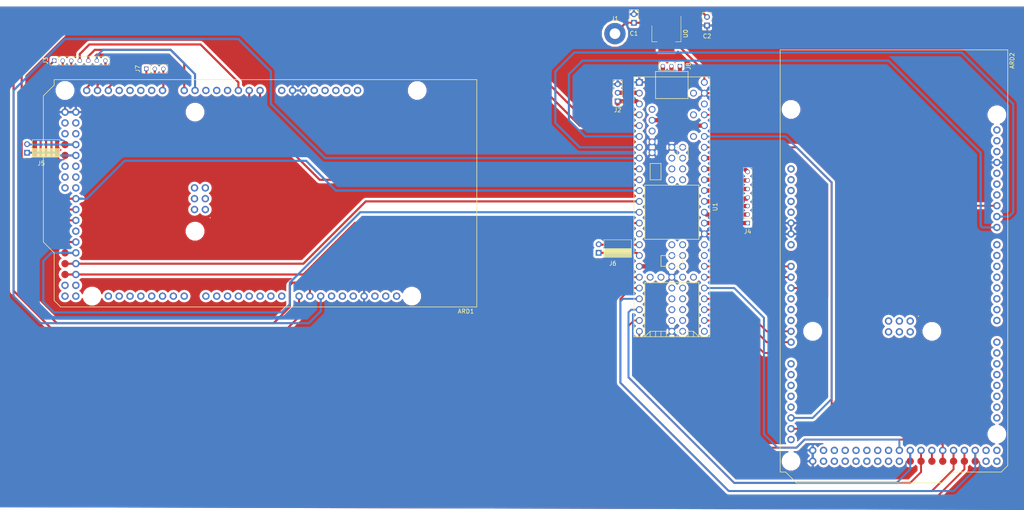
<source format=kicad_pcb>
(kicad_pcb (version 4) (host pcbnew 4.0.7)
  (layers (0 F.Cu signal) (31 B.Cu signal) (34 B.Paste user) (35 F.Paste user) (36 B.SilkS user) (37 F.SilkS user) (38 B.Mask user) (39 F.Mask user) (44 Edge.Cuts user))
  (net 0 "")
  (net 1 "Net-(ARD1-PadRST2)")
  (net 2 "Net-(ARD1-PadGND4)")
  (net 3 "Net-(ARD1-PadMOSI)")
  (net 4 "Net-(ARD1-PadSCK)")
  (net 5 "Net-(ARD1-Pad5V2)")
  (net 6 "Net-(ARD1-PadA0)")
  (net 7 "Net-(ARD1-PadVIN)")
  (net 8 GND)
  (net 9 "Net-(ARD1-Pad5V1)")
  (net 10 "Net-(ARD1-Pad3.3V)")
  (net 11 "Net-(ARD1-PadRST1)")
  (net 12 "Net-(ARD1-PadIORF)")
  (net 13 "Net-(ARD1-PadD21)")
  (net 14 "Net-(ARD1-PadD20)")
  (net 15 "Net-(ARD1-PadD19)")
  (net 16 "Net-(ARD1-PadD18)")
  (net 17 "Net-(ARD1-PadD17)")
  (net 18 "Net-(ARD1-PadD16)")
  (net 19 "Net-(ARD1-PadD15)")
  (net 20 "Net-(ARD1-PadD14)")
  (net 21 "Net-(ARD1-PadD0)")
  (net 22 "Net-(ARD1-PadD1)")
  (net 23 "Net-(ARD1-PadD2)")
  (net 24 "Net-(ARD1-PadD3)")
  (net 25 "Net-(ARD1-PadD4)")
  (net 26 "Net-(ARD1-PadD5)")
  (net 27 "Net-(ARD1-PadD6)")
  (net 28 "Net-(ARD1-PadD7)")
  (net 29 "Net-(ARD1-PadD8)")
  (net 30 "Net-(ARD1-PadD9)")
  (net 31 "Net-(ARD1-PadD10)")
  (net 32 "Net-(ARD1-PadSCL)")
  (net 33 "Net-(ARD1-PadSDA)")
  (net 34 "Net-(ARD1-PadAREF)")
  (net 35 "Net-(ARD1-PadD13)")
  (net 36 "Net-(ARD1-PadD12)")
  (net 37 "Net-(ARD1-PadD11)")
  (net 38 "Net-(ARD1-PadA1)")
  (net 39 "Net-(ARD1-PadA2)")
  (net 40 "Net-(ARD1-PadA3)")
  (net 41 "Net-(ARD1-PadA4)")
  (net 42 "Net-(ARD1-PadA5)")
  (net 43 "Net-(ARD1-PadA6)")
  (net 44 "Net-(ARD1-PadA7)")
  (net 45 "Net-(ARD1-PadA8)")
  (net 46 "Net-(ARD1-PadA9)")
  (net 47 "Net-(ARD1-PadA10)")
  (net 48 "Net-(ARD1-PadA11)")
  (net 49 "Net-(ARD1-PadA12)")
  (net 50 "Net-(ARD1-PadA13)")
  (net 51 "Net-(ARD1-PadA14)")
  (net 52 "Net-(ARD1-PadA15)")
  (net 53 "Net-(ARD1-Pad5V3)")
  (net 54 "Net-(ARD1-Pad5V4)")
  (net 55 "Net-(ARD1-PadD22)")
  (net 56 "Net-(ARD1-PadD23)")
  (net 57 "Net-(ARD1-PadD24)")
  (net 58 "Net-(ARD1-PadD26)")
  (net 59 "Net-(ARD1-PadD28)")
  (net 60 "Net-(ARD1-PadD30)")
  (net 61 "Net-(ARD1-PadD32)")
  (net 62 "Net-(ARD1-PadD34)")
  (net 63 "Net-(ARD1-PadD36)")
  (net 64 "Net-(ARD1-PadD38)")
  (net 65 "Net-(ARD1-PadD40)")
  (net 66 "Net-(ARD1-PadD41)")
  (net 67 "Net-(ARD1-PadD42)")
  (net 68 "Net-(ARD1-PadD43)")
  (net 69 "Net-(ARD1-PadD44)")
  (net 70 "Net-(ARD1-PadD45)")
  (net 71 "Net-(ARD1-PadD46)")
  (net 72 "Net-(ARD1-PadD48)")
  (net 73 "Net-(ARD1-PadD50)")
  (net 74 "Net-(ARD1-PadD51)")
  (net 75 "Net-(ARD1-PadD52)")
  (net 76 "Net-(ARD1-PadD53)")
  (net 77 "Net-(ARD1-PadMISO)")
  (net 78 "Net-(ARD2-PadRST2)")
  (net 79 "Net-(ARD2-PadGND4)")
  (net 80 "Net-(ARD2-PadMOSI)")
  (net 81 "Net-(ARD2-PadSCK)")
  (net 82 "Net-(ARD2-Pad5V2)")
  (net 83 "Net-(ARD2-PadA0)")
  (net 84 "Net-(ARD2-PadVIN)")
  (net 85 "Net-(ARD2-Pad5V1)")
  (net 86 "Net-(ARD2-Pad3.3V)")
  (net 87 "Net-(ARD2-PadRST1)")
  (net 88 "Net-(ARD2-PadIORF)")
  (net 89 "Net-(ARD2-PadD21)")
  (net 90 "Net-(ARD2-PadD20)")
  (net 91 "Net-(ARD2-PadD19)")
  (net 92 "Net-(ARD2-PadD18)")
  (net 93 "Net-(ARD2-PadD17)")
  (net 94 "Net-(ARD2-PadD16)")
  (net 95 "Net-(ARD2-PadD15)")
  (net 96 "Net-(ARD2-PadD14)")
  (net 97 "Net-(ARD2-PadD0)")
  (net 98 "Net-(ARD2-PadD1)")
  (net 99 "Net-(ARD2-PadD2)")
  (net 100 "Net-(ARD2-PadD3)")
  (net 101 "Net-(ARD2-PadD4)")
  (net 102 "Net-(ARD2-PadD5)")
  (net 103 "Net-(ARD2-PadD6)")
  (net 104 "Net-(ARD2-PadD7)")
  (net 105 "Net-(ARD2-PadD8)")
  (net 106 "Net-(ARD2-PadD9)")
  (net 107 "Net-(ARD2-PadD10)")
  (net 108 "Net-(ARD2-PadSCL)")
  (net 109 "Net-(ARD2-PadSDA)")
  (net 110 "Net-(ARD2-PadAREF)")
  (net 111 "Net-(ARD2-PadD13)")
  (net 112 "Net-(ARD2-PadD12)")
  (net 113 "Net-(ARD2-PadD11)")
  (net 114 "Net-(ARD2-PadA1)")
  (net 115 "Net-(ARD2-PadA2)")
  (net 116 "Net-(ARD2-PadA3)")
  (net 117 "Net-(ARD2-PadA4)")
  (net 118 "Net-(ARD2-PadA5)")
  (net 119 "Net-(ARD2-PadA6)")
  (net 120 "Net-(ARD2-PadA7)")
  (net 121 "Net-(ARD2-PadA8)")
  (net 122 "Net-(ARD2-PadA9)")
  (net 123 "Net-(ARD2-PadA10)")
  (net 124 "Net-(ARD2-PadA11)")
  (net 125 "Net-(ARD2-PadA12)")
  (net 126 "Net-(ARD2-PadA13)")
  (net 127 "Net-(ARD2-PadA14)")
  (net 128 "Net-(ARD2-PadA15)")
  (net 129 "Net-(ARD2-Pad5V3)")
  (net 130 "Net-(ARD2-Pad5V4)")
  (net 131 "Net-(ARD2-PadD22)")
  (net 132 "Net-(ARD2-PadD23)")
  (net 133 "Net-(ARD2-PadD24)")
  (net 134 "Net-(ARD2-PadD26)")
  (net 135 "Net-(ARD2-PadD28)")
  (net 136 "Net-(ARD2-PadD30)")
  (net 137 "Net-(ARD2-PadD32)")
  (net 138 "Net-(ARD2-PadD34)")
  (net 139 "Net-(ARD2-PadD36)")
  (net 140 "Net-(ARD2-PadD38)")
  (net 141 "Net-(ARD2-PadD39)")
  (net 142 "Net-(ARD2-PadD40)")
  (net 143 "Net-(ARD2-PadD41)")
  (net 144 "Net-(ARD2-PadD42)")
  (net 145 "Net-(ARD2-PadD43)")
  (net 146 "Net-(ARD2-PadD44)")
  (net 147 "Net-(ARD2-PadD45)")
  (net 148 "Net-(ARD2-PadD46)")
  (net 149 "Net-(ARD2-PadD47)")
  (net 150 "Net-(ARD2-PadD48)")
  (net 151 "Net-(ARD2-PadD49)")
  (net 152 "Net-(ARD2-PadD50)")
  (net 153 "Net-(ARD2-PadD51)")
  (net 154 "Net-(ARD2-PadD52)")
  (net 155 "Net-(ARD2-PadD53)")
  (net 156 "Net-(ARD2-PadMISO)")
  (net 157 +12V)
  (net 158 +3V3)
  (net 159 "Net-(J2-Pad1)")
  (net 160 "Net-(J2-Pad2)")
  (net 161 "Net-(U1-Pad3.3V)")
  (net 162 "Net-(U1-PadVB)")
  (net 163 "Net-(U1-PadP)")
  (net 164 "Net-(U1-PadR)")
  (net 165 "Net-(U1-Pad33)")
  (net 166 "Net-(U1-PadA21)")
  (net 167 "Net-(U1-PadA22)")
  (net 168 "Net-(U1-PadVUSB)")
  (net 169 "Net-(U1-PadA11)")
  (net 170 "Net-(U1-PadDE)")
  (net 171 "Net-(U1-PadDC)")
  (net 172 "Net-(U1-PadDD)")
  (net 173 "Net-(U1-Pad40)")
  (net 174 "Net-(U1-Pad41)")
  (net 175 "Net-(U1-Pad42)")
  (net 176 "Net-(U1-Pad43)")
  (net 177 "Net-(U1-Pad44)")
  (net 178 "Net-(U1-Pad45)")
  (net 179 "Net-(U1-Pad46)")
  (net 180 "Net-(U1-Pad47)")
  (net 181 "Net-(U1-Pad48)")
  (net 182 "Net-(U1-Pad49)")
  (net 183 "Net-(U1-Pad50)")
  (net 184 "Net-(U1-Pad51)")
  (net 185 "Net-(U1-Pad52)")
  (net 186 "Net-(U1-Pad53)")
  (net 187 "Net-(U1-Pad54)")
  (net 188 "Net-(U1-Pad55)")
  (net 189 "Net-(U1-Pad56)")
  (net 190 "Net-(U1-Pad57)")
  (net 191 "Net-(U1-PadA25)")
  (net 192 "Net-(J4-Pad1)")
  (net 193 "Net-(J4-Pad2)")
  (net 194 "Net-(J4-Pad3)")
  (net 195 "Net-(J4-Pad4)")
  (net 196 "Net-(J4-Pad5)")
  (net 197 "Net-(J4-Pad6)")
  (net 198 "Net-(J4-Pad7)")
  (net 199 "Net-(J6-Pad1)")
  (net 200 "Net-(J6-Pad2)")
  (net 201 "Net-(J8-Pad2)")
  (net 202 "Net-(J8-Pad1)")
  (net 203 "Net-(J8-Pad3)")
  (module Arduino:Arduino_Mega2560_Shield (layer F.Cu) (at 144.145 30.48 180)
    (fp_text reference ARD1 (at 2.54 -54.356 180) (layer F.SilkS))
    (fp_text value Arduino_Mega2560_Shield)
    (fp_text user . (at 62.484 -32.004 180) (layer F.SilkS))
    (pad RST2 thru_hole oval (at 63.627 -25.4 180) (size 1.7272 1.7272) (drill 1.016) (layers *.Cu *.Mask) (net 1 "Net-(ARD1-PadRST2)"))
    (pad GND4 thru_hole oval (at 66.167 -25.4 180) (size 1.7272 1.7272) (drill 1.016) (layers *.Cu *.Mask) (net 2 "Net-(ARD1-PadGND4)"))
    (pad MOSI thru_hole oval (at 66.167 -27.94 180) (size 1.7272 1.7272) (drill 1.016) (layers *.Cu *.Mask) (net 3 "Net-(ARD1-PadMOSI)"))
    (pad SCK thru_hole oval (at 63.627 -27.94 180) (size 1.7272 1.7272) (drill 1.016) (layers *.Cu *.Mask) (net 4 "Net-(ARD1-PadSCK)"))
    (pad 5V2 thru_hole oval (at 66.167 -30.48 180) (size 1.7272 1.7272) (drill 1.016) (layers *.Cu *.Mask) (net 5 "Net-(ARD1-Pad5V2)"))
    (pad A0 thru_hole oval (at 50.8 -2.54 180) (size 1.7272 1.7272) (drill 1.016) (layers *.Cu *.Mask) (net 6 "Net-(ARD1-PadA0)"))
    (pad VIN thru_hole oval (at 45.72 -2.54 180) (size 1.7272 1.7272) (drill 1.016) (layers *.Cu *.Mask) (net 7 "Net-(ARD1-PadVIN)"))
    (pad GND3 thru_hole oval (at 43.18 -2.54 180) (size 1.7272 1.7272) (drill 1.016) (layers *.Cu *.Mask) (net 8 GND))
    (pad GND2 thru_hole oval (at 40.64 -2.54 180) (size 1.7272 1.7272) (drill 1.016) (layers *.Cu *.Mask) (net 8 GND))
    (pad 5V1 thru_hole oval (at 38.1 -2.54 180) (size 1.7272 1.7272) (drill 1.016) (layers *.Cu *.Mask) (net 9 "Net-(ARD1-Pad5V1)"))
    (pad 3.3V thru_hole oval (at 35.56 -2.54 180) (size 1.7272 1.7272) (drill 1.016) (layers *.Cu *.Mask) (net 10 "Net-(ARD1-Pad3.3V)"))
    (pad RST1 thru_hole oval (at 33.02 -2.54 180) (size 1.7272 1.7272) (drill 1.016) (layers *.Cu *.Mask) (net 11 "Net-(ARD1-PadRST1)"))
    (pad IORF thru_hole oval (at 30.48 -2.54 180) (size 1.7272 1.7272) (drill 1.016) (layers *.Cu *.Mask) (net 12 "Net-(ARD1-PadIORF)"))
    (pad D21 thru_hole oval (at 86.36 -50.8 180) (size 1.7272 1.7272) (drill 1.016) (layers *.Cu *.Mask) (net 13 "Net-(ARD1-PadD21)"))
    (pad D20 thru_hole oval (at 83.82 -50.8 180) (size 1.7272 1.7272) (drill 1.016) (layers *.Cu *.Mask) (net 14 "Net-(ARD1-PadD20)"))
    (pad D19 thru_hole oval (at 81.28 -50.8 180) (size 1.7272 1.7272) (drill 1.016) (layers *.Cu *.Mask) (net 15 "Net-(ARD1-PadD19)"))
    (pad D18 thru_hole oval (at 78.74 -50.8 180) (size 1.7272 1.7272) (drill 1.016) (layers *.Cu *.Mask) (net 16 "Net-(ARD1-PadD18)"))
    (pad D17 thru_hole oval (at 76.2 -50.8 180) (size 1.7272 1.7272) (drill 1.016) (layers *.Cu *.Mask) (net 17 "Net-(ARD1-PadD17)"))
    (pad D16 thru_hole oval (at 73.66 -50.8 180) (size 1.7272 1.7272) (drill 1.016) (layers *.Cu *.Mask) (net 18 "Net-(ARD1-PadD16)"))
    (pad D15 thru_hole oval (at 71.12 -50.8 180) (size 1.7272 1.7272) (drill 1.016) (layers *.Cu *.Mask) (net 19 "Net-(ARD1-PadD15)"))
    (pad D14 thru_hole oval (at 68.58 -50.8 180) (size 1.7272 1.7272) (drill 1.016) (layers *.Cu *.Mask) (net 20 "Net-(ARD1-PadD14)"))
    (pad D0 thru_hole oval (at 63.5 -50.8 180) (size 1.7272 1.7272) (drill 1.016) (layers *.Cu *.Mask) (net 21 "Net-(ARD1-PadD0)"))
    (pad D1 thru_hole oval (at 60.96 -50.8 180) (size 1.7272 1.7272) (drill 1.016) (layers *.Cu *.Mask) (net 22 "Net-(ARD1-PadD1)"))
    (pad D2 thru_hole oval (at 58.42 -50.8 180) (size 1.7272 1.7272) (drill 1.016) (layers *.Cu *.Mask) (net 23 "Net-(ARD1-PadD2)"))
    (pad D3 thru_hole oval (at 55.88 -50.8 180) (size 1.7272 1.7272) (drill 1.016) (layers *.Cu *.Mask) (net 24 "Net-(ARD1-PadD3)"))
    (pad D4 thru_hole oval (at 53.34 -50.8 180) (size 1.7272 1.7272) (drill 1.016) (layers *.Cu *.Mask) (net 25 "Net-(ARD1-PadD4)"))
    (pad D5 thru_hole oval (at 50.8 -50.8 180) (size 1.7272 1.7272) (drill 1.016) (layers *.Cu *.Mask) (net 26 "Net-(ARD1-PadD5)"))
    (pad D6 thru_hole oval (at 48.26 -50.8 180) (size 1.7272 1.7272) (drill 1.016) (layers *.Cu *.Mask) (net 27 "Net-(ARD1-PadD6)"))
    (pad D7 thru_hole oval (at 45.72 -50.8 180) (size 1.7272 1.7272) (drill 1.016) (layers *.Cu *.Mask) (net 28 "Net-(ARD1-PadD7)"))
    (pad GND1 thru_hole oval (at 26.416 -50.8 180) (size 1.7272 1.7272) (drill 1.016) (layers *.Cu *.Mask) (net 8 GND))
    (pad D8 thru_hole oval (at 41.656 -50.8 180) (size 1.7272 1.7272) (drill 1.016) (layers *.Cu *.Mask) (net 29 "Net-(ARD1-PadD8)"))
    (pad D9 thru_hole oval (at 39.116 -50.8 180) (size 1.7272 1.7272) (drill 1.016) (layers *.Cu *.Mask) (net 30 "Net-(ARD1-PadD9)"))
    (pad D10 thru_hole oval (at 36.576 -50.8 180) (size 1.7272 1.7272) (drill 1.016) (layers *.Cu *.Mask) (net 31 "Net-(ARD1-PadD10)"))
    (pad "" np_thru_hole circle (at 66.04 -7.62 180) (size 3.2 3.2) (drill 3.2) (layers *.Cu *.Mask))
    (pad "" np_thru_hole circle (at 66.04 -35.56 180) (size 3.2 3.2) (drill 3.2) (layers *.Cu *.Mask))
    (pad "" np_thru_hole circle (at 90.17 -50.8 180) (size 3.2 3.2) (drill 3.2) (layers *.Cu *.Mask))
    (pad "" np_thru_hole circle (at 15.24 -50.8 180) (size 3.2 3.2) (drill 3.2) (layers *.Cu *.Mask))
    (pad "" np_thru_hole circle (at 96.52 -2.54 180) (size 3.2 3.2) (drill 3.2) (layers *.Cu *.Mask))
    (pad "" np_thru_hole circle (at 13.97 -2.54 180) (size 3.2 3.2) (drill 3.2) (layers *.Cu *.Mask))
    (pad SCL thru_hole oval (at 18.796 -50.8 180) (size 1.7272 1.7272) (drill 1.016) (layers *.Cu *.Mask) (net 32 "Net-(ARD1-PadSCL)"))
    (pad SDA thru_hole oval (at 21.336 -50.8 180) (size 1.7272 1.7272) (drill 1.016) (layers *.Cu *.Mask) (net 33 "Net-(ARD1-PadSDA)"))
    (pad AREF thru_hole oval (at 23.876 -50.8 180) (size 1.7272 1.7272) (drill 1.016) (layers *.Cu *.Mask) (net 34 "Net-(ARD1-PadAREF)"))
    (pad D13 thru_hole oval (at 28.956 -50.8 180) (size 1.7272 1.7272) (drill 1.016) (layers *.Cu *.Mask) (net 35 "Net-(ARD1-PadD13)"))
    (pad D12 thru_hole oval (at 31.496 -50.8 180) (size 1.7272 1.7272) (drill 1.016) (layers *.Cu *.Mask) (net 36 "Net-(ARD1-PadD12)"))
    (pad D11 thru_hole oval (at 34.036 -50.8 180) (size 1.7272 1.7272) (drill 1.016) (layers *.Cu *.Mask) (net 37 "Net-(ARD1-PadD11)"))
    (pad "" thru_hole oval (at 27.94 -2.54 180) (size 1.7272 1.7272) (drill 1.016) (layers *.Cu *.Mask))
    (pad A1 thru_hole oval (at 53.34 -2.54 180) (size 1.7272 1.7272) (drill 1.016) (layers *.Cu *.Mask) (net 38 "Net-(ARD1-PadA1)"))
    (pad A2 thru_hole oval (at 55.88 -2.54 180) (size 1.7272 1.7272) (drill 1.016) (layers *.Cu *.Mask) (net 39 "Net-(ARD1-PadA2)"))
    (pad A3 thru_hole oval (at 58.42 -2.54 180) (size 1.7272 1.7272) (drill 1.016) (layers *.Cu *.Mask) (net 40 "Net-(ARD1-PadA3)"))
    (pad A4 thru_hole oval (at 60.96 -2.54 180) (size 1.7272 1.7272) (drill 1.016) (layers *.Cu *.Mask) (net 41 "Net-(ARD1-PadA4)"))
    (pad A5 thru_hole oval (at 63.5 -2.54 180) (size 1.7272 1.7272) (drill 1.016) (layers *.Cu *.Mask) (net 42 "Net-(ARD1-PadA5)"))
    (pad A6 thru_hole oval (at 66.04 -2.54 180) (size 1.7272 1.7272) (drill 1.016) (layers *.Cu *.Mask) (net 43 "Net-(ARD1-PadA6)"))
    (pad A7 thru_hole oval (at 68.58 -2.54 180) (size 1.7272 1.7272) (drill 1.016) (layers *.Cu *.Mask) (net 44 "Net-(ARD1-PadA7)"))
    (pad A8 thru_hole oval (at 73.66 -2.54 180) (size 1.7272 1.7272) (drill 1.016) (layers *.Cu *.Mask) (net 45 "Net-(ARD1-PadA8)"))
    (pad A9 thru_hole oval (at 76.2 -2.54 180) (size 1.7272 1.7272) (drill 1.016) (layers *.Cu *.Mask) (net 46 "Net-(ARD1-PadA9)"))
    (pad A10 thru_hole oval (at 78.74 -2.54 180) (size 1.7272 1.7272) (drill 1.016) (layers *.Cu *.Mask) (net 47 "Net-(ARD1-PadA10)"))
    (pad A11 thru_hole oval (at 81.28 -2.54 180) (size 1.7272 1.7272) (drill 1.016) (layers *.Cu *.Mask) (net 48 "Net-(ARD1-PadA11)"))
    (pad A12 thru_hole oval (at 83.82 -2.54 180) (size 1.7272 1.7272) (drill 1.016) (layers *.Cu *.Mask) (net 49 "Net-(ARD1-PadA12)"))
    (pad A13 thru_hole oval (at 86.36 -2.54 180) (size 1.7272 1.7272) (drill 1.016) (layers *.Cu *.Mask) (net 50 "Net-(ARD1-PadA13)"))
    (pad A14 thru_hole oval (at 88.9 -2.54 180) (size 1.7272 1.7272) (drill 1.016) (layers *.Cu *.Mask) (net 51 "Net-(ARD1-PadA14)"))
    (pad A15 thru_hole oval (at 91.44 -2.54 180) (size 1.7272 1.7272) (drill 1.016) (layers *.Cu *.Mask) (net 52 "Net-(ARD1-PadA15)"))
    (pad 5V3 thru_hole oval (at 93.98 -50.8 180) (size 1.7272 1.7272) (drill 1.016) (layers *.Cu *.Mask) (net 53 "Net-(ARD1-Pad5V3)"))
    (pad 5V4 thru_hole oval (at 96.52 -50.8 180) (size 1.7272 1.7272) (drill 1.016) (layers *.Cu *.Mask) (net 54 "Net-(ARD1-Pad5V4)"))
    (pad D22 thru_hole oval (at 93.98 -48.26 180) (size 1.7272 1.7272) (drill 1.016) (layers *.Cu *.Mask) (net 55 "Net-(ARD1-PadD22)"))
    (pad D23 thru_hole oval (at 96.52 -48.26 180) (size 1.7272 1.7272) (drill 1.016) (layers *.Cu *.Mask) (net 56 "Net-(ARD1-PadD23)"))
    (pad D24 thru_hole oval (at 93.98 -45.72 180) (size 1.7272 1.7272) (drill 1.016) (layers *.Cu *.Mask) (net 57 "Net-(ARD1-PadD24)"))
    (pad D24 smd oval (at 96.52 -45.72 180) (size 1.7272 1.7272) (layers F.Cu F.Paste F.Mask) (net 57 "Net-(ARD1-PadD24)"))
    (pad D26 thru_hole oval (at 93.98 -43.18 180) (size 1.7272 1.7272) (drill 1.016) (layers *.Cu *.Mask) (net 58 "Net-(ARD1-PadD26)"))
    (pad D26 smd oval (at 96.52 -43.18 180) (size 1.7272 1.7272) (layers F.Cu F.Paste F.Mask) (net 58 "Net-(ARD1-PadD26)"))
    (pad D28 thru_hole oval (at 93.98 -40.64 180) (size 1.7272 1.7272) (drill 1.016) (layers *.Cu *.Mask) (net 59 "Net-(ARD1-PadD28)"))
    (pad D28 smd oval (at 96.52 -40.64 180) (size 1.7272 1.7272) (layers F.Cu F.Paste F.Mask) (net 59 "Net-(ARD1-PadD28)"))
    (pad D30 thru_hole oval (at 93.98 -38.1 180) (size 1.7272 1.7272) (drill 1.016) (layers *.Cu *.Mask) (net 60 "Net-(ARD1-PadD30)"))
    (pad D30 smd oval (at 96.52 -38.1 180) (size 1.7272 1.7272) (layers F.Cu F.Paste F.Mask) (net 60 "Net-(ARD1-PadD30)"))
    (pad D32 thru_hole oval (at 93.98 -35.56 180) (size 1.7272 1.7272) (drill 1.016) (layers *.Cu *.Mask) (net 61 "Net-(ARD1-PadD32)"))
    (pad D32 smd oval (at 96.52 -35.56 180) (size 1.7272 1.7272) (layers F.Cu F.Paste F.Mask) (net 61 "Net-(ARD1-PadD32)"))
    (pad D34 thru_hole oval (at 93.98 -33.02 180) (size 1.7272 1.7272) (drill 1.016) (layers *.Cu *.Mask) (net 62 "Net-(ARD1-PadD34)"))
    (pad D34 smd oval (at 96.52 -33.02 180) (size 1.7272 1.7272) (layers F.Cu F.Paste F.Mask) (net 62 "Net-(ARD1-PadD34)"))
    (pad D36 thru_hole oval (at 93.98 -30.48 180) (size 1.7272 1.7272) (drill 1.016) (layers *.Cu *.Mask) (net 63 "Net-(ARD1-PadD36)"))
    (pad D36 smd oval (at 96.52 -30.48 180) (size 1.7272 1.7272) (layers F.Cu F.Paste F.Mask) (net 63 "Net-(ARD1-PadD36)"))
    (pad D38 thru_hole oval (at 93.98 -27.94 180) (size 1.7272 1.7272) (drill 1.016) (layers *.Cu *.Mask) (net 64 "Net-(ARD1-PadD38)"))
    (pad D38 smd oval (at 96.52 -27.94 180) (size 1.7272 1.7272) (layers F.Cu F.Paste F.Mask) (net 64 "Net-(ARD1-PadD38)"))
    (pad D40 thru_hole oval (at 93.98 -25.4 180) (size 1.7272 1.7272) (drill 1.016) (layers *.Cu *.Mask) (net 65 "Net-(ARD1-PadD40)"))
    (pad D41 thru_hole oval (at 96.52 -25.4 180) (size 1.7272 1.7272) (drill 1.016) (layers *.Cu *.Mask) (net 66 "Net-(ARD1-PadD41)"))
    (pad D42 thru_hole oval (at 93.98 -22.86 180) (size 1.7272 1.7272) (drill 1.016) (layers *.Cu *.Mask) (net 67 "Net-(ARD1-PadD42)"))
    (pad D43 thru_hole oval (at 96.52 -22.86 180) (size 1.7272 1.7272) (drill 1.016) (layers *.Cu *.Mask) (net 68 "Net-(ARD1-PadD43)"))
    (pad D44 thru_hole oval (at 93.98 -20.32 180) (size 1.7272 1.7272) (drill 1.016) (layers *.Cu *.Mask) (net 69 "Net-(ARD1-PadD44)"))
    (pad D45 thru_hole oval (at 96.52 -20.32 180) (size 1.7272 1.7272) (drill 1.016) (layers *.Cu *.Mask) (net 70 "Net-(ARD1-PadD45)"))
    (pad D46 thru_hole oval (at 93.98 -17.78 180) (size 1.7272 1.7272) (drill 1.016) (layers *.Cu *.Mask) (net 71 "Net-(ARD1-PadD46)"))
    (pad D46 smd oval (at 96.52 -17.78 180) (size 1.7272 1.7272) (layers F.Cu F.Paste F.Mask) (net 71 "Net-(ARD1-PadD46)"))
    (pad D48 thru_hole oval (at 93.98 -15.24 180) (size 1.7272 1.7272) (drill 1.016) (layers *.Cu *.Mask) (net 72 "Net-(ARD1-PadD48)"))
    (pad D48 smd oval (at 96.52 -15.24 180) (size 1.7272 1.7272) (layers F.Cu F.Paste F.Mask) (net 72 "Net-(ARD1-PadD48)"))
    (pad D50 thru_hole oval (at 93.98 -12.7 180) (size 1.7272 1.7272) (drill 1.016) (layers *.Cu *.Mask) (net 73 "Net-(ARD1-PadD50)"))
    (pad D51 thru_hole oval (at 96.52 -12.7 180) (size 1.7272 1.7272) (drill 1.016) (layers *.Cu *.Mask) (net 74 "Net-(ARD1-PadD51)"))
    (pad D52 thru_hole oval (at 93.98 -10.16 180) (size 1.7272 1.7272) (drill 1.016) (layers *.Cu *.Mask) (net 75 "Net-(ARD1-PadD52)"))
    (pad D53 thru_hole oval (at 96.52 -10.16 180) (size 1.7272 1.7272) (drill 1.016) (layers *.Cu *.Mask) (net 76 "Net-(ARD1-PadD53)"))
    (pad GND5 thru_hole oval (at 93.98 -7.62 180) (size 1.7272 1.7272) (drill 1.016) (layers *.Cu *.Mask) (net 8 GND))
    (pad GND6 thru_hole oval (at 96.52 -7.62 180) (size 1.7272 1.7272) (drill 1.016) (layers *.Cu *.Mask) (net 8 GND))
    (pad MISO thru_hole oval (at 63.627 -30.48 180) (size 1.7272 1.7272) (drill 1.016) (layers *.Cu *.Mask) (net 77 "Net-(ARD1-PadMISO)"))
  )
  (module Arduino:Arduino_Mega2560_Shield (layer F.Cu) (at 215.265 23.495 270)
    (fp_text reference ARD2 (at 2.54 -54.356 270) (layer F.SilkS))
    (fp_text value Arduino_Mega2560_Shield)
    (fp_text user . (at 62.484 -32.004 270) (layer F.SilkS))
    (pad RST2 thru_hole oval (at 63.627 -25.4 270) (size 1.7272 1.7272) (drill 1.016) (layers *.Cu *.Mask) (net 78 "Net-(ARD2-PadRST2)"))
    (pad GND4 thru_hole oval (at 66.167 -25.4 270) (size 1.7272 1.7272) (drill 1.016) (layers *.Cu *.Mask) (net 79 "Net-(ARD2-PadGND4)"))
    (pad MOSI thru_hole oval (at 66.167 -27.94 270) (size 1.7272 1.7272) (drill 1.016) (layers *.Cu *.Mask) (net 80 "Net-(ARD2-PadMOSI)"))
    (pad SCK thru_hole oval (at 63.627 -27.94 270) (size 1.7272 1.7272) (drill 1.016) (layers *.Cu *.Mask) (net 81 "Net-(ARD2-PadSCK)"))
    (pad 5V2 thru_hole oval (at 66.167 -30.48 270) (size 1.7272 1.7272) (drill 1.016) (layers *.Cu *.Mask) (net 82 "Net-(ARD2-Pad5V2)"))
    (pad A0 thru_hole oval (at 50.8 -2.54 270) (size 1.7272 1.7272) (drill 1.016) (layers *.Cu *.Mask) (net 83 "Net-(ARD2-PadA0)"))
    (pad VIN thru_hole oval (at 45.72 -2.54 270) (size 1.7272 1.7272) (drill 1.016) (layers *.Cu *.Mask) (net 84 "Net-(ARD2-PadVIN)"))
    (pad GND3 thru_hole oval (at 43.18 -2.54 270) (size 1.7272 1.7272) (drill 1.016) (layers *.Cu *.Mask) (net 8 GND))
    (pad GND2 thru_hole oval (at 40.64 -2.54 270) (size 1.7272 1.7272) (drill 1.016) (layers *.Cu *.Mask) (net 8 GND))
    (pad 5V1 thru_hole oval (at 38.1 -2.54 270) (size 1.7272 1.7272) (drill 1.016) (layers *.Cu *.Mask) (net 85 "Net-(ARD2-Pad5V1)"))
    (pad 3.3V thru_hole oval (at 35.56 -2.54 270) (size 1.7272 1.7272) (drill 1.016) (layers *.Cu *.Mask) (net 86 "Net-(ARD2-Pad3.3V)"))
    (pad RST1 thru_hole oval (at 33.02 -2.54 270) (size 1.7272 1.7272) (drill 1.016) (layers *.Cu *.Mask) (net 87 "Net-(ARD2-PadRST1)"))
    (pad IORF thru_hole oval (at 30.48 -2.54 270) (size 1.7272 1.7272) (drill 1.016) (layers *.Cu *.Mask) (net 88 "Net-(ARD2-PadIORF)"))
    (pad D21 thru_hole oval (at 86.36 -50.8 270) (size 1.7272 1.7272) (drill 1.016) (layers *.Cu *.Mask) (net 89 "Net-(ARD2-PadD21)"))
    (pad D20 thru_hole oval (at 83.82 -50.8 270) (size 1.7272 1.7272) (drill 1.016) (layers *.Cu *.Mask) (net 90 "Net-(ARD2-PadD20)"))
    (pad D19 thru_hole oval (at 81.28 -50.8 270) (size 1.7272 1.7272) (drill 1.016) (layers *.Cu *.Mask) (net 91 "Net-(ARD2-PadD19)"))
    (pad D18 thru_hole oval (at 78.74 -50.8 270) (size 1.7272 1.7272) (drill 1.016) (layers *.Cu *.Mask) (net 92 "Net-(ARD2-PadD18)"))
    (pad D17 thru_hole oval (at 76.2 -50.8 270) (size 1.7272 1.7272) (drill 1.016) (layers *.Cu *.Mask) (net 93 "Net-(ARD2-PadD17)"))
    (pad D16 thru_hole oval (at 73.66 -50.8 270) (size 1.7272 1.7272) (drill 1.016) (layers *.Cu *.Mask) (net 94 "Net-(ARD2-PadD16)"))
    (pad D15 thru_hole oval (at 71.12 -50.8 270) (size 1.7272 1.7272) (drill 1.016) (layers *.Cu *.Mask) (net 95 "Net-(ARD2-PadD15)"))
    (pad D14 thru_hole oval (at 68.58 -50.8 270) (size 1.7272 1.7272) (drill 1.016) (layers *.Cu *.Mask) (net 96 "Net-(ARD2-PadD14)"))
    (pad D0 thru_hole oval (at 63.5 -50.8 270) (size 1.7272 1.7272) (drill 1.016) (layers *.Cu *.Mask) (net 97 "Net-(ARD2-PadD0)"))
    (pad D1 thru_hole oval (at 60.96 -50.8 270) (size 1.7272 1.7272) (drill 1.016) (layers *.Cu *.Mask) (net 98 "Net-(ARD2-PadD1)"))
    (pad D2 thru_hole oval (at 58.42 -50.8 270) (size 1.7272 1.7272) (drill 1.016) (layers *.Cu *.Mask) (net 99 "Net-(ARD2-PadD2)"))
    (pad D3 thru_hole oval (at 55.88 -50.8 270) (size 1.7272 1.7272) (drill 1.016) (layers *.Cu *.Mask) (net 100 "Net-(ARD2-PadD3)"))
    (pad D4 thru_hole oval (at 53.34 -50.8 270) (size 1.7272 1.7272) (drill 1.016) (layers *.Cu *.Mask) (net 101 "Net-(ARD2-PadD4)"))
    (pad D5 thru_hole oval (at 50.8 -50.8 270) (size 1.7272 1.7272) (drill 1.016) (layers *.Cu *.Mask) (net 102 "Net-(ARD2-PadD5)"))
    (pad D6 thru_hole oval (at 48.26 -50.8 270) (size 1.7272 1.7272) (drill 1.016) (layers *.Cu *.Mask) (net 103 "Net-(ARD2-PadD6)"))
    (pad D7 thru_hole oval (at 45.72 -50.8 270) (size 1.7272 1.7272) (drill 1.016) (layers *.Cu *.Mask) (net 104 "Net-(ARD2-PadD7)"))
    (pad GND1 thru_hole oval (at 26.416 -50.8 270) (size 1.7272 1.7272) (drill 1.016) (layers *.Cu *.Mask) (net 8 GND))
    (pad D8 thru_hole oval (at 41.656 -50.8 270) (size 1.7272 1.7272) (drill 1.016) (layers *.Cu *.Mask) (net 105 "Net-(ARD2-PadD8)"))
    (pad D9 thru_hole oval (at 39.116 -50.8 270) (size 1.7272 1.7272) (drill 1.016) (layers *.Cu *.Mask) (net 106 "Net-(ARD2-PadD9)"))
    (pad D10 thru_hole oval (at 36.576 -50.8 270) (size 1.7272 1.7272) (drill 1.016) (layers *.Cu *.Mask) (net 107 "Net-(ARD2-PadD10)"))
    (pad "" np_thru_hole circle (at 66.04 -7.62 270) (size 3.2 3.2) (drill 3.2) (layers *.Cu *.Mask))
    (pad "" np_thru_hole circle (at 66.04 -35.56 270) (size 3.2 3.2) (drill 3.2) (layers *.Cu *.Mask))
    (pad "" np_thru_hole circle (at 90.17 -50.8 270) (size 3.2 3.2) (drill 3.2) (layers *.Cu *.Mask))
    (pad "" np_thru_hole circle (at 15.24 -50.8 270) (size 3.2 3.2) (drill 3.2) (layers *.Cu *.Mask))
    (pad "" np_thru_hole circle (at 96.52 -2.54 270) (size 3.2 3.2) (drill 3.2) (layers *.Cu *.Mask))
    (pad "" np_thru_hole circle (at 13.97 -2.54 270) (size 3.2 3.2) (drill 3.2) (layers *.Cu *.Mask))
    (pad SCL thru_hole oval (at 18.796 -50.8 270) (size 1.7272 1.7272) (drill 1.016) (layers *.Cu *.Mask) (net 108 "Net-(ARD2-PadSCL)"))
    (pad SDA thru_hole oval (at 21.336 -50.8 270) (size 1.7272 1.7272) (drill 1.016) (layers *.Cu *.Mask) (net 109 "Net-(ARD2-PadSDA)"))
    (pad AREF thru_hole oval (at 23.876 -50.8 270) (size 1.7272 1.7272) (drill 1.016) (layers *.Cu *.Mask) (net 110 "Net-(ARD2-PadAREF)"))
    (pad D13 thru_hole oval (at 28.956 -50.8 270) (size 1.7272 1.7272) (drill 1.016) (layers *.Cu *.Mask) (net 111 "Net-(ARD2-PadD13)"))
    (pad D12 thru_hole oval (at 31.496 -50.8 270) (size 1.7272 1.7272) (drill 1.016) (layers *.Cu *.Mask) (net 112 "Net-(ARD2-PadD12)"))
    (pad D11 thru_hole oval (at 34.036 -50.8 270) (size 1.7272 1.7272) (drill 1.016) (layers *.Cu *.Mask) (net 113 "Net-(ARD2-PadD11)"))
    (pad "" thru_hole oval (at 27.94 -2.54 270) (size 1.7272 1.7272) (drill 1.016) (layers *.Cu *.Mask))
    (pad A1 thru_hole oval (at 53.34 -2.54 270) (size 1.7272 1.7272) (drill 1.016) (layers *.Cu *.Mask) (net 114 "Net-(ARD2-PadA1)"))
    (pad A2 thru_hole oval (at 55.88 -2.54 270) (size 1.7272 1.7272) (drill 1.016) (layers *.Cu *.Mask) (net 115 "Net-(ARD2-PadA2)"))
    (pad A3 thru_hole oval (at 58.42 -2.54 270) (size 1.7272 1.7272) (drill 1.016) (layers *.Cu *.Mask) (net 116 "Net-(ARD2-PadA3)"))
    (pad A4 thru_hole oval (at 60.96 -2.54 270) (size 1.7272 1.7272) (drill 1.016) (layers *.Cu *.Mask) (net 117 "Net-(ARD2-PadA4)"))
    (pad A5 thru_hole oval (at 63.5 -2.54 270) (size 1.7272 1.7272) (drill 1.016) (layers *.Cu *.Mask) (net 118 "Net-(ARD2-PadA5)"))
    (pad A6 thru_hole oval (at 66.04 -2.54 270) (size 1.7272 1.7272) (drill 1.016) (layers *.Cu *.Mask) (net 119 "Net-(ARD2-PadA6)"))
    (pad A7 thru_hole oval (at 68.58 -2.54 270) (size 1.7272 1.7272) (drill 1.016) (layers *.Cu *.Mask) (net 120 "Net-(ARD2-PadA7)"))
    (pad A8 thru_hole oval (at 73.66 -2.54 270) (size 1.7272 1.7272) (drill 1.016) (layers *.Cu *.Mask) (net 121 "Net-(ARD2-PadA8)"))
    (pad A9 thru_hole oval (at 76.2 -2.54 270) (size 1.7272 1.7272) (drill 1.016) (layers *.Cu *.Mask) (net 122 "Net-(ARD2-PadA9)"))
    (pad A10 thru_hole oval (at 78.74 -2.54 270) (size 1.7272 1.7272) (drill 1.016) (layers *.Cu *.Mask) (net 123 "Net-(ARD2-PadA10)"))
    (pad A11 thru_hole oval (at 81.28 -2.54 270) (size 1.7272 1.7272) (drill 1.016) (layers *.Cu *.Mask) (net 124 "Net-(ARD2-PadA11)"))
    (pad A12 thru_hole oval (at 83.82 -2.54 270) (size 1.7272 1.7272) (drill 1.016) (layers *.Cu *.Mask) (net 125 "Net-(ARD2-PadA12)"))
    (pad A13 thru_hole oval (at 86.36 -2.54 270) (size 1.7272 1.7272) (drill 1.016) (layers *.Cu *.Mask) (net 126 "Net-(ARD2-PadA13)"))
    (pad A14 thru_hole oval (at 88.9 -2.54 270) (size 1.7272 1.7272) (drill 1.016) (layers *.Cu *.Mask) (net 127 "Net-(ARD2-PadA14)"))
    (pad A15 thru_hole oval (at 91.44 -2.54 270) (size 1.7272 1.7272) (drill 1.016) (layers *.Cu *.Mask) (net 128 "Net-(ARD2-PadA15)"))
    (pad 5V3 thru_hole oval (at 93.98 -50.8 270) (size 1.7272 1.7272) (drill 1.016) (layers *.Cu *.Mask) (net 129 "Net-(ARD2-Pad5V3)"))
    (pad 5V4 thru_hole oval (at 96.52 -50.8 270) (size 1.7272 1.7272) (drill 1.016) (layers *.Cu *.Mask) (net 130 "Net-(ARD2-Pad5V4)"))
    (pad D22 thru_hole oval (at 93.98 -48.26 270) (size 1.7272 1.7272) (drill 1.016) (layers *.Cu *.Mask) (net 131 "Net-(ARD2-PadD22)"))
    (pad D23 thru_hole oval (at 96.52 -48.26 270) (size 1.7272 1.7272) (drill 1.016) (layers *.Cu *.Mask) (net 132 "Net-(ARD2-PadD23)"))
    (pad D24 thru_hole oval (at 93.98 -45.72 270) (size 1.7272 1.7272) (drill 1.016) (layers *.Cu *.Mask) (net 133 "Net-(ARD2-PadD24)"))
    (pad D24 smd oval (at 96.52 -45.72 270) (size 1.7272 1.7272) (layers F.Cu F.Paste F.Mask) (net 133 "Net-(ARD2-PadD24)"))
    (pad D26 thru_hole oval (at 93.98 -43.18 270) (size 1.7272 1.7272) (drill 1.016) (layers *.Cu *.Mask) (net 134 "Net-(ARD2-PadD26)"))
    (pad D26 smd oval (at 96.52 -43.18 270) (size 1.7272 1.7272) (layers F.Cu F.Paste F.Mask) (net 134 "Net-(ARD2-PadD26)"))
    (pad D28 thru_hole oval (at 93.98 -40.64 270) (size 1.7272 1.7272) (drill 1.016) (layers *.Cu *.Mask) (net 135 "Net-(ARD2-PadD28)"))
    (pad D28 smd oval (at 96.52 -40.64 270) (size 1.7272 1.7272) (layers F.Cu F.Paste F.Mask) (net 135 "Net-(ARD2-PadD28)"))
    (pad D30 thru_hole oval (at 93.98 -38.1 270) (size 1.7272 1.7272) (drill 1.016) (layers *.Cu *.Mask) (net 136 "Net-(ARD2-PadD30)"))
    (pad D30 smd oval (at 96.52 -38.1 270) (size 1.7272 1.7272) (layers F.Cu F.Paste F.Mask) (net 136 "Net-(ARD2-PadD30)"))
    (pad D32 thru_hole oval (at 93.98 -35.56 270) (size 1.7272 1.7272) (drill 1.016) (layers *.Cu *.Mask) (net 137 "Net-(ARD2-PadD32)"))
    (pad D32 smd oval (at 96.52 -35.56 270) (size 1.7272 1.7272) (layers F.Cu F.Paste F.Mask) (net 137 "Net-(ARD2-PadD32)"))
    (pad D34 thru_hole oval (at 93.98 -33.02 270) (size 1.7272 1.7272) (drill 1.016) (layers *.Cu *.Mask) (net 138 "Net-(ARD2-PadD34)"))
    (pad D34 smd oval (at 96.52 -33.02 270) (size 1.7272 1.7272) (layers F.Cu F.Paste F.Mask) (net 138 "Net-(ARD2-PadD34)"))
    (pad D36 thru_hole oval (at 93.98 -30.48 270) (size 1.7272 1.7272) (drill 1.016) (layers *.Cu *.Mask) (net 139 "Net-(ARD2-PadD36)"))
    (pad D36 smd oval (at 96.52 -30.48 270) (size 1.7272 1.7272) (layers F.Cu F.Paste F.Mask) (net 139 "Net-(ARD2-PadD36)"))
    (pad D38 thru_hole oval (at 93.98 -27.94 270) (size 1.7272 1.7272) (drill 1.016) (layers *.Cu *.Mask) (net 140 "Net-(ARD2-PadD38)"))
    (pad D39 thru_hole oval (at 96.52 -27.94 270) (size 1.7272 1.7272) (drill 1.016) (layers *.Cu *.Mask) (net 141 "Net-(ARD2-PadD39)"))
    (pad D40 thru_hole oval (at 93.98 -25.4 270) (size 1.7272 1.7272) (drill 1.016) (layers *.Cu *.Mask) (net 142 "Net-(ARD2-PadD40)"))
    (pad D41 thru_hole oval (at 96.52 -25.4 270) (size 1.7272 1.7272) (drill 1.016) (layers *.Cu *.Mask) (net 143 "Net-(ARD2-PadD41)"))
    (pad D42 thru_hole oval (at 93.98 -22.86 270) (size 1.7272 1.7272) (drill 1.016) (layers *.Cu *.Mask) (net 144 "Net-(ARD2-PadD42)"))
    (pad D43 thru_hole oval (at 96.52 -22.86 270) (size 1.7272 1.7272) (drill 1.016) (layers *.Cu *.Mask) (net 145 "Net-(ARD2-PadD43)"))
    (pad D44 thru_hole oval (at 93.98 -20.32 270) (size 1.7272 1.7272) (drill 1.016) (layers *.Cu *.Mask) (net 146 "Net-(ARD2-PadD44)"))
    (pad D45 thru_hole oval (at 96.52 -20.32 270) (size 1.7272 1.7272) (drill 1.016) (layers *.Cu *.Mask) (net 147 "Net-(ARD2-PadD45)"))
    (pad D46 thru_hole oval (at 93.98 -17.78 270) (size 1.7272 1.7272) (drill 1.016) (layers *.Cu *.Mask) (net 148 "Net-(ARD2-PadD46)"))
    (pad D47 thru_hole oval (at 96.52 -17.78 270) (size 1.7272 1.7272) (drill 1.016) (layers *.Cu *.Mask) (net 149 "Net-(ARD2-PadD47)"))
    (pad D48 thru_hole oval (at 93.98 -15.24 270) (size 1.7272 1.7272) (drill 1.016) (layers *.Cu *.Mask) (net 150 "Net-(ARD2-PadD48)"))
    (pad D49 thru_hole oval (at 96.52 -15.24 270) (size 1.7272 1.7272) (drill 1.016) (layers *.Cu *.Mask) (net 151 "Net-(ARD2-PadD49)"))
    (pad D50 thru_hole oval (at 93.98 -12.7 270) (size 1.7272 1.7272) (drill 1.016) (layers *.Cu *.Mask) (net 152 "Net-(ARD2-PadD50)"))
    (pad D51 thru_hole oval (at 96.52 -12.7 270) (size 1.7272 1.7272) (drill 1.016) (layers *.Cu *.Mask) (net 153 "Net-(ARD2-PadD51)"))
    (pad D52 thru_hole oval (at 93.98 -10.16 270) (size 1.7272 1.7272) (drill 1.016) (layers *.Cu *.Mask) (net 154 "Net-(ARD2-PadD52)"))
    (pad D53 thru_hole oval (at 96.52 -10.16 270) (size 1.7272 1.7272) (drill 1.016) (layers *.Cu *.Mask) (net 155 "Net-(ARD2-PadD53)"))
    (pad GND5 thru_hole oval (at 93.98 -7.62 270) (size 1.7272 1.7272) (drill 1.016) (layers *.Cu *.Mask) (net 8 GND))
    (pad GND6 thru_hole oval (at 96.52 -7.62 270) (size 1.7272 1.7272) (drill 1.016) (layers *.Cu *.Mask) (net 8 GND))
    (pad MISO thru_hole oval (at 63.627 -30.48 270) (size 1.7272 1.7272) (drill 1.016) (layers *.Cu *.Mask) (net 156 "Net-(ARD2-PadMISO)"))
  )
  (module Connector_PinSocket_2.00mm:PinSocket_1x02_P2.00mm_Vertical (layer F.Cu) (at 180.975 17.145 180)
    (fp_text reference C1 (at 0 -2.5 180) (layer F.SilkS))
    (fp_text value 0.33uF)
    (pad 1 thru_hole rect (at 0 0 180) (size 1.35 1.35) (drill 0.8) (layers *.Cu *.Mask) (net 157 +12V))
    (pad 2 thru_hole oval (at 0 2 180) (size 1.35 1.35) (drill 0.8) (layers *.Cu *.Mask) (net 8 GND))
  )
  (module Connector_PinSocket_2.00mm:PinSocket_1x02_P2.00mm_Vertical (layer F.Cu) (at 198.12 17.78 180)
    (fp_text reference C2 (at 0 -2.5 180) (layer F.SilkS))
    (fp_text value 0.1uF)
    (pad 1 thru_hole rect (at 0 0 180) (size 1.35 1.35) (drill 0.8) (layers *.Cu *.Mask) (net 8 GND))
    (pad 2 thru_hole oval (at 0 2 180) (size 1.35 1.35) (drill 0.8) (layers *.Cu *.Mask) (net 158 +3V3))
  )
  (module MountingHole:MountingHole_2.5mm_Pad (layer F.Cu) (at 176.53 19.685)
    (fp_text reference J1 (at 0 -3.5) (layer F.SilkS))
    (fp_text value 12V_Input)
    (pad 1 thru_hole circle (at 0 0) (size 5 5) (drill 2.5) (layers *.Cu *.Mask) (net 157 +12V))
  )
  (module Package_TO_SOT_SMD:SOT-223-3_TabPin2 (layer F.Cu) (at 188.595 19.685 270)
    (fp_text reference U0 (at 0 -4.5 270) (layer F.SilkS))
    (fp_text value μA78Lxx)
    (pad 2 smd rect (at 3.15 0 270) (size 2 3.8) (layers F.Cu F.Paste F.Mask) (net 158 +3V3))
    (pad 2 smd rect (at -3.15 0 270) (size 2 1.5) (layers F.Cu F.Paste F.Mask) (net 158 +3V3))
    (pad 3 smd rect (at -3.15 2.3 270) (size 2 1.5) (layers F.Cu F.Paste F.Mask) (net 157 +12V))
    (pad 1 smd rect (at -3.15 -2.3 270) (size 2 1.5) (layers F.Cu F.Paste F.Mask) (net 8 GND))
  )
  (module teensy:Teensy35_36 (layer F.Cu) (at 189.865 60.325 270)
    (fp_text reference U1 (at 0 -10.16 270) (layer F.SilkS))
    (fp_text value Teensy3.5)
    (pad 25 thru_hole circle (at 11.43 7.62 270) (size 1.6 1.6) (drill 1.1) (layers *.Cu *.Mask) (net 199 "Net-(J6-Pad1)"))
    (pad 26 thru_hole circle (at 13.97 7.62 270) (size 1.6 1.6) (drill 1.1) (layers *.Cu *.Mask) (net 201 "Net-(J8-Pad2)"))
    (pad 27 thru_hole circle (at 16.51 7.62 270) (size 1.6 1.6) (drill 1.1) (layers *.Cu *.Mask) (net 134 "Net-(ARD2-PadD26)"))
    (pad 28 thru_hole circle (at 19.05 7.62 270) (size 1.6 1.6) (drill 1.1) (layers *.Cu *.Mask) (net 135 "Net-(ARD2-PadD28)"))
    (pad 24 thru_hole circle (at 8.89 7.62 270) (size 1.6 1.6) (drill 1.1) (layers *.Cu *.Mask) (net 200 "Net-(J6-Pad2)"))
    (pad 3.3V thru_hole circle (at 6.35 7.62 270) (size 1.6 1.6) (drill 1.1) (layers *.Cu *.Mask) (net 161 "Net-(U1-Pad3.3V)"))
    (pad 12 thru_hole circle (at 3.81 7.62 270) (size 1.6 1.6) (drill 1.1) (layers *.Cu *.Mask) (net 57 "Net-(ARD1-PadD24)"))
    (pad 29 thru_hole circle (at 21.59 7.62 270) (size 1.6 1.6) (drill 1.1) (layers *.Cu *.Mask) (net 133 "Net-(ARD2-PadD24)"))
    (pad 30 thru_hole circle (at 24.13 7.62 270) (size 1.6 1.6) (drill 1.1) (layers *.Cu *.Mask) (net 139 "Net-(ARD2-PadD36)"))
    (pad 31 thru_hole circle (at 26.67 7.62 270) (size 1.6 1.6) (drill 1.1) (layers *.Cu *.Mask) (net 138 "Net-(ARD2-PadD34)"))
    (pad 32 thru_hole circle (at 29.21 7.62 270) (size 1.6 1.6) (drill 1.1) (layers *.Cu *.Mask) (net 136 "Net-(ARD2-PadD30)"))
    (pad VB thru_hole circle (at 16.51 5.08 270) (size 1.6 1.6) (drill 1.1) (layers *.Cu *.Mask) (net 162 "Net-(U1-PadVB)"))
    (pad 3.3V thru_hole circle (at 16.51 2.54 270) (size 1.6 1.6) (drill 1.1) (layers *.Cu *.Mask) (net 161 "Net-(U1-Pad3.3V)"))
    (pad GND thru_hole circle (at 16.51 0 270) (size 1.6 1.6) (drill 1.1) (layers *.Cu *.Mask) (net 8 GND))
    (pad P thru_hole circle (at 16.51 -2.54 270) (size 1.6 1.6) (drill 1.1) (layers *.Cu *.Mask) (net 163 "Net-(U1-PadP)"))
    (pad R thru_hole circle (at 16.51 -5.08 270) (size 1.6 1.6) (drill 1.1) (layers *.Cu *.Mask) (net 164 "Net-(U1-PadR)"))
    (pad 33 thru_hole circle (at 29.21 -7.62 270) (size 1.6 1.6) (drill 1.1) (layers *.Cu *.Mask) (net 165 "Net-(U1-Pad33)"))
    (pad 34 thru_hole circle (at 26.67 -7.62 270) (size 1.6 1.6) (drill 1.1) (layers *.Cu *.Mask) (net 115 "Net-(ARD2-PadA2)"))
    (pad 35 thru_hole circle (at 24.13 -7.62 270) (size 1.6 1.6) (drill 1.1) (layers *.Cu *.Mask) (net 120 "Net-(ARD2-PadA7)"))
    (pad 36 thru_hole circle (at 21.59 -7.62 270) (size 1.6 1.6) (drill 1.1) (layers *.Cu *.Mask) (net 119 "Net-(ARD2-PadA6)"))
    (pad 37 thru_hole circle (at 19.05 -7.62 270) (size 1.6 1.6) (drill 1.1) (layers *.Cu *.Mask) (net 140 "Net-(ARD2-PadD38)"))
    (pad 38 thru_hole circle (at 16.51 -7.62 270) (size 1.6 1.6) (drill 1.1) (layers *.Cu *.Mask) (net 114 "Net-(ARD2-PadA1)"))
    (pad 39 thru_hole circle (at 13.97 -7.62 270) (size 1.6 1.6) (drill 1.1) (layers *.Cu *.Mask) (net 83 "Net-(ARD2-PadA0)"))
    (pad A21 thru_hole circle (at 11.43 -7.62 270) (size 1.6 1.6) (drill 1.1) (layers *.Cu *.Mask) (net 166 "Net-(U1-PadA21)"))
    (pad 11 thru_hole circle (at 1.27 7.62 270) (size 1.6 1.6) (drill 1.1) (layers *.Cu *.Mask) (net 59 "Net-(ARD1-PadD28)"))
    (pad 10 thru_hole circle (at -1.27 7.62 270) (size 1.6 1.6) (drill 1.1) (layers *.Cu *.Mask) (net 58 "Net-(ARD1-PadD26)"))
    (pad 9 thru_hole circle (at -3.81 7.62 270) (size 1.6 1.6) (drill 1.1) (layers *.Cu *.Mask) (net 64 "Net-(ARD1-PadD38)"))
    (pad 8 thru_hole circle (at -6.35 7.62 270) (size 1.6 1.6) (drill 1.1) (layers *.Cu *.Mask) (net 38 "Net-(ARD1-PadA1)"))
    (pad 7 thru_hole circle (at -8.89 7.62 270) (size 1.6 1.6) (drill 1.1) (layers *.Cu *.Mask) (net 6 "Net-(ARD1-PadA0)"))
    (pad 6 thru_hole circle (at -11.43 7.62 270) (size 1.6 1.6) (drill 1.1) (layers *.Cu *.Mask) (net 31 "Net-(ARD1-PadD10)"))
    (pad 5 thru_hole circle (at -13.97 7.62 270) (size 1.6 1.6) (drill 1.1) (layers *.Cu *.Mask) (net 106 "Net-(ARD2-PadD9)"))
    (pad 4 thru_hole circle (at -16.51 7.62 270) (size 1.6 1.6) (drill 1.1) (layers *.Cu *.Mask) (net 105 "Net-(ARD2-PadD8)"))
    (pad 3 thru_hole circle (at -19.05 7.62 270) (size 1.6 1.6) (drill 1.1) (layers *.Cu *.Mask) (net 30 "Net-(ARD1-PadD9)"))
    (pad 2 thru_hole circle (at -21.59 7.62 270) (size 1.6 1.6) (drill 1.1) (layers *.Cu *.Mask) (net 29 "Net-(ARD1-PadD8)"))
    (pad 1 thru_hole circle (at -24.13 7.62 270) (size 1.6 1.6) (drill 1.1) (layers *.Cu *.Mask) (net 159 "Net-(J2-Pad1)"))
    (pad 0 thru_hole circle (at -26.67 7.62 270) (size 1.6 1.6) (drill 1.1) (layers *.Cu *.Mask) (net 160 "Net-(J2-Pad2)"))
    (pad GND thru_hole rect (at -29.21 7.62 270) (size 1.6 1.6) (drill 1.1) (layers *.Cu *.Mask) (net 8 GND))
    (pad A22 thru_hole circle (at 8.89 -7.62 270) (size 1.6 1.6) (drill 1.1) (layers *.Cu *.Mask) (net 167 "Net-(U1-PadA22)"))
    (pad GND thru_hole circle (at 6.35 -7.62 270) (size 1.6 1.6) (drill 1.1) (layers *.Cu *.Mask) (net 8 GND))
    (pad 13 thru_hole circle (at 3.81 -7.62 270) (size 1.6 1.6) (drill 1.1) (layers *.Cu *.Mask) (net 192 "Net-(J4-Pad1)"))
    (pad 14 thru_hole circle (at 1.27 -7.62 270) (size 1.6 1.6) (drill 1.1) (layers *.Cu *.Mask) (net 193 "Net-(J4-Pad2)"))
    (pad 15 thru_hole circle (at -1.27 -7.62 270) (size 1.6 1.6) (drill 1.1) (layers *.Cu *.Mask) (net 194 "Net-(J4-Pad3)"))
    (pad 16 thru_hole circle (at -3.81 -7.62 270) (size 1.6 1.6) (drill 1.1) (layers *.Cu *.Mask) (net 195 "Net-(J4-Pad4)"))
    (pad 17 thru_hole circle (at -6.35 -7.62 270) (size 1.6 1.6) (drill 1.1) (layers *.Cu *.Mask) (net 196 "Net-(J4-Pad5)"))
    (pad 18 thru_hole circle (at -8.89 -7.62 270) (size 1.6 1.6) (drill 1.1) (layers *.Cu *.Mask) (net 197 "Net-(J4-Pad6)"))
    (pad 19 thru_hole circle (at -11.43 -7.62 270) (size 1.6 1.6) (drill 1.1) (layers *.Cu *.Mask) (net 198 "Net-(J4-Pad7)"))
    (pad 20 thru_hole circle (at -13.97 -7.62 270) (size 1.6 1.6) (drill 1.1) (layers *.Cu *.Mask) (net 127 "Net-(ARD2-PadA14)"))
    (pad 21 thru_hole circle (at -16.51 -7.62 270) (size 1.6 1.6) (drill 1.1) (layers *.Cu *.Mask) (net 126 "Net-(ARD2-PadA13)"))
    (pad 22 thru_hole circle (at -19.05 -7.62 270) (size 1.6 1.6) (drill 1.1) (layers *.Cu *.Mask) (net 202 "Net-(J8-Pad1)"))
    (pad 23 thru_hole circle (at -21.59 -7.62 270) (size 1.6 1.6) (drill 1.1) (layers *.Cu *.Mask) (net 107 "Net-(ARD2-PadD10)"))
    (pad 3.3V thru_hole circle (at -24.13 -7.62 270) (size 1.6 1.6) (drill 1.1) (layers *.Cu *.Mask) (net 161 "Net-(U1-Pad3.3V)"))
    (pad AGND thru_hole circle (at -26.67 -7.62 270) (size 1.6 1.6) (drill 1.1) (layers *.Cu *.Mask) (net 8 GND))
    (pad Vin thru_hole circle (at -29.21 -7.62 270) (size 1.6 1.6) (drill 1.1) (layers *.Cu *.Mask) (net 158 +3V3))
    (pad VUSB thru_hole circle (at -26.67 -5.08 270) (size 1.6 1.6) (drill 1.1) (layers *.Cu *.Mask) (net 168 "Net-(U1-PadVUSB)"))
    (pad AREF thru_hole circle (at -21.59 -5.08 270) (size 1.6 1.6) (drill 1.1) (layers *.Cu *.Mask) (net 158 +3V3))
    (pad 22 smd circle (at -19.05 -5.08 270) (size 1.6 1.6) (layers F.Cu F.Paste F.Mask) (net 202 "Net-(J8-Pad1)"))
    (pad A11 thru_hole circle (at -16.51 -5.08 270) (size 1.6 1.6) (drill 1.1) (layers *.Cu *.Mask) (net 169 "Net-(U1-PadA11)"))
    (pad GND thru_hole circle (at -13.97 0 270) (size 1.6 1.6) (drill 1.1) (layers *.Cu *.Mask) (net 8 GND))
    (pad DE thru_hole circle (at -11.43 0 270) (size 1.6 1.6) (drill 1.1) (layers *.Cu *.Mask) (net 170 "Net-(U1-PadDE)"))
    (pad DC thru_hole circle (at -8.89 0 270) (size 1.6 1.6) (drill 1.1) (layers *.Cu *.Mask) (net 171 "Net-(U1-PadDC)"))
    (pad DD thru_hole circle (at -6.35 0 270) (size 1.6 1.6) (drill 1.1) (layers *.Cu *.Mask) (net 172 "Net-(U1-PadDD)"))
    (pad 40 thru_hole circle (at 8.89 0 270) (size 1.6 1.6) (drill 1.1) (layers *.Cu *.Mask) (net 173 "Net-(U1-Pad40)"))
    (pad 41 thru_hole circle (at 11.43 0 270) (size 1.6 1.6) (drill 1.1) (layers *.Cu *.Mask) (net 174 "Net-(U1-Pad41)"))
    (pad 42 thru_hole circle (at 13.97 0 270) (size 1.6 1.6) (drill 1.1) (layers *.Cu *.Mask) (net 175 "Net-(U1-Pad42)"))
    (pad 43 thru_hole circle (at 19.05 0 270) (size 1.6 1.6) (drill 1.1) (layers *.Cu *.Mask) (net 176 "Net-(U1-Pad43)"))
    (pad 44 thru_hole circle (at 21.59 0 270) (size 1.6 1.6) (drill 1.1) (layers *.Cu *.Mask) (net 177 "Net-(U1-Pad44)"))
    (pad 45 thru_hole circle (at 24.13 0 270) (size 1.6 1.6) (drill 1.1) (layers *.Cu *.Mask) (net 178 "Net-(U1-Pad45)"))
    (pad 46 thru_hole circle (at 26.67 0 270) (size 1.6 1.6) (drill 1.1) (layers *.Cu *.Mask) (net 179 "Net-(U1-Pad46)"))
    (pad GND thru_hole circle (at 29.21 0 270) (size 1.6 1.6) (drill 1.1) (layers *.Cu *.Mask) (net 8 GND))
    (pad 3.3V thru_hole circle (at 29.21 -2.54 270) (size 1.6 1.6) (drill 1.1) (layers *.Cu *.Mask) (net 161 "Net-(U1-Pad3.3V)"))
    (pad 47 thru_hole circle (at 26.67 -2.54 270) (size 1.6 1.6) (drill 1.1) (layers *.Cu *.Mask) (net 180 "Net-(U1-Pad47)"))
    (pad 48 thru_hole circle (at 24.13 -2.54 270) (size 1.6 1.6) (drill 1.1) (layers *.Cu *.Mask) (net 181 "Net-(U1-Pad48)"))
    (pad 49 thru_hole circle (at 21.59 -2.54 270) (size 1.6 1.6) (drill 1.1) (layers *.Cu *.Mask) (net 182 "Net-(U1-Pad49)"))
    (pad 50 thru_hole circle (at 19.05 -2.54 270) (size 1.6 1.6) (drill 1.1) (layers *.Cu *.Mask) (net 183 "Net-(U1-Pad50)"))
    (pad 51 thru_hole circle (at 13.97 -2.54 270) (size 1.6 1.6) (drill 1.1) (layers *.Cu *.Mask) (net 184 "Net-(U1-Pad51)"))
    (pad 52 thru_hole circle (at 11.43 -2.54 270) (size 1.6 1.6) (drill 1.1) (layers *.Cu *.Mask) (net 185 "Net-(U1-Pad52)"))
    (pad 53 thru_hole circle (at 8.89 -2.54 270) (size 1.6 1.6) (drill 1.1) (layers *.Cu *.Mask) (net 186 "Net-(U1-Pad53)"))
    (pad 54 thru_hole circle (at -6.35 -2.54 270) (size 1.6 1.6) (drill 1.1) (layers *.Cu *.Mask) (net 187 "Net-(U1-Pad54)"))
    (pad 55 thru_hole circle (at -8.89 -2.54 270) (size 1.6 1.6) (drill 1.1) (layers *.Cu *.Mask) (net 188 "Net-(U1-Pad55)"))
    (pad 56 thru_hole circle (at -11.43 -2.54 270) (size 1.6 1.6) (drill 1.1) (layers *.Cu *.Mask) (net 189 "Net-(U1-Pad56)"))
    (pad 57 thru_hole circle (at -13.97 -2.54 270) (size 1.6 1.6) (drill 1.1) (layers *.Cu *.Mask) (net 190 "Net-(U1-Pad57)"))
    (pad NC5 thru_hole circle (at -22.86 4.62 270) (size 1.6 1.6) (drill 1.1) (layers *.Cu *.Mask))
    (pad A26 thru_hole circle (at -20.32 4.62 270) (size 1.6 1.6) (drill 1.1) (layers *.Cu *.Mask) (net 203 "Net-(J8-Pad3)"))
    (pad A25 thru_hole circle (at -17.78 4.62 270) (size 1.6 1.6) (drill 1.1) (layers *.Cu *.Mask) (net 191 "Net-(U1-PadA25)"))
    (pad GND thru_hole circle (at -15.24 4.62 270) (size 1.6 1.6) (drill 1.1) (layers *.Cu *.Mask) (net 8 GND))
    (pad GND thru_hole circle (at -12.7 4.62 270) (size 1.6 1.6) (drill 1.1) (layers *.Cu *.Mask) (net 8 GND))
  )
  (module Connector_PinSocket_2.00mm:PinSocket_1x02_P2.00mm_Horizontal (layer F.Cu) (at 38.735 47.625 180)
    (fp_text reference J5 (at -3.31 -2.5 180) (layer F.SilkS))
    (fp_text value Conn_02x01)
    (pad 1 thru_hole rect (at 0 0 180) (size 1.35 1.35) (drill 0.8) (layers *.Cu *.Mask) (net 71 "Net-(ARD1-PadD46)"))
    (pad 2 thru_hole oval (at 0 2 180) (size 1.35 1.35) (drill 0.8) (layers *.Cu *.Mask) (net 72 "Net-(ARD1-PadD48)"))
  )
  (module Connector_PinSocket_2.00mm:PinSocket_1x02_P2.00mm_Horizontal (layer F.Cu) (at 172.72 71.12 180)
    (fp_text reference J6 (at -3.31 -2.5 180) (layer F.SilkS))
    (fp_text value Conn_02x01)
    (pad 1 thru_hole rect (at 0 0 180) (size 1.35 1.35) (drill 0.8) (layers *.Cu *.Mask) (net 199 "Net-(J6-Pad1)"))
    (pad 2 thru_hole oval (at 0 2 180) (size 1.35 1.35) (drill 0.8) (layers *.Cu *.Mask) (net 200 "Net-(J6-Pad2)"))
  )
  (module Connector_PinHeader_2.00mm:PinHeader_1x03_P2.00mm_Vertical (layer F.Cu) (at 66.675 27.94 90)
    (fp_text reference J7 (at 0 -2 90) (layer F.SilkS))
    (fp_text value Conn_01x03)
    (pad 1 thru_hole rect (at 0 0 90) (size 1 1) (drill 0.762) (layers *.Cu *.Mask) (net 51 "Net-(ARD1-PadA14)"))
    (pad 2 thru_hole oval (at 0 2 90) (size 1 1) (drill 0.762) (layers *.Cu *.Mask) (net 50 "Net-(ARD1-PadA13)"))
    (pad 3 thru_hole oval (at 0 4 90) (size 1 1) (drill 0.762) (layers *.Cu *.Mask) (net 45 "Net-(ARD1-PadA8)"))
  )
  (module Connector_PinHeader_2.00mm:PinHeader_1x03_P2.00mm_Vertical (layer F.Cu) (at 191.77 27.305 270)
    (fp_text reference J8 (at 0 -2 270) (layer F.SilkS))
    (fp_text value Conn_01x03)
    (pad 1 thru_hole rect (at 0 0 270) (size 1 1) (drill 0.762) (layers *.Cu *.Mask) (net 202 "Net-(J8-Pad1)"))
    (pad 2 thru_hole oval (at 0 2 270) (size 1 1) (drill 0.762) (layers *.Cu *.Mask) (net 201 "Net-(J8-Pad2)"))
    (pad 3 thru_hole oval (at 0 4 270) (size 1 1) (drill 0.762) (layers *.Cu *.Mask) (net 203 "Net-(J8-Pad3)"))
  )
  (module Connector_PinHeader_2.00mm:PinHeader_1x07_P2.00mm_Vertical (layer F.Cu) (at 45.085 26.035 90)
    (fp_text reference J3 (at 0 -2 90) (layer F.SilkS))
    (fp_text value Conn_01x07)
    (pad 1 thru_hole rect (at 0 0 90) (size 1 1) (drill 0.762) (layers *.Cu *.Mask) (net 60 "Net-(ARD1-PadD30)"))
    (pad 2 thru_hole oval (at 0 2 90) (size 1 1) (drill 0.762) (layers *.Cu *.Mask) (net 62 "Net-(ARD1-PadD34)"))
    (pad 3 thru_hole oval (at 0 4 90) (size 1 1) (drill 0.762) (layers *.Cu *.Mask) (net 63 "Net-(ARD1-PadD36)"))
    (pad 4 thru_hole oval (at 0 6 90) (size 1 1) (drill 0.762) (layers *.Cu *.Mask) (net 39 "Net-(ARD1-PadA2)"))
    (pad 5 thru_hole oval (at 0 8 90) (size 1 1) (drill 0.762) (layers *.Cu *.Mask) (net 44 "Net-(ARD1-PadA7)"))
    (pad 6 thru_hole oval (at 0 10 90) (size 1 1) (drill 0.762) (layers *.Cu *.Mask) (net 43 "Net-(ARD1-PadA6)"))
    (pad 7 thru_hole oval (at 0 12 90) (size 1 1) (drill 0.762) (layers *.Cu *.Mask) (net 52 "Net-(ARD1-PadA15)"))
  )
  (module Connector_PinHeader_2.00mm:PinHeader_1x07_P2.00mm_Vertical (layer F.Cu) (at 207.645 64.135 180)
    (fp_text reference J4 (at 0 -2 180) (layer F.SilkS))
    (fp_text value Conn_01x07)
    (pad 1 thru_hole rect (at 0 0 180) (size 1 1) (drill 0.762) (layers *.Cu *.Mask) (net 192 "Net-(J4-Pad1)"))
    (pad 2 thru_hole oval (at 0 2 180) (size 1 1) (drill 0.762) (layers *.Cu *.Mask) (net 193 "Net-(J4-Pad2)"))
    (pad 3 thru_hole oval (at 0 4 180) (size 1 1) (drill 0.762) (layers *.Cu *.Mask) (net 194 "Net-(J4-Pad3)"))
    (pad 4 thru_hole oval (at 0 6 180) (size 1 1) (drill 0.762) (layers *.Cu *.Mask) (net 195 "Net-(J4-Pad4)"))
    (pad 5 thru_hole oval (at 0 8 180) (size 1 1) (drill 0.762) (layers *.Cu *.Mask) (net 196 "Net-(J4-Pad5)"))
    (pad 6 thru_hole oval (at 0 10 180) (size 1 1) (drill 0.762) (layers *.Cu *.Mask) (net 197 "Net-(J4-Pad6)"))
    (pad 7 thru_hole oval (at 0 12 180) (size 1 1) (drill 0.762) (layers *.Cu *.Mask) (net 198 "Net-(J4-Pad7)"))
  )
  (module Connector_PinHeader_2.00mm:PinHeader_1x03_P2.00mm_Vertical (layer F.Cu) (at 177.165 35.56 180)
    (fp_text reference J2 (at 0 -2.06 180) (layer F.SilkS))
    (fp_text value Conn_01x03)
    (pad 1 thru_hole rect (at 0 0 180) (size 1.35 1.35) (drill 0.8) (layers *.Cu *.Mask) (net 159 "Net-(J2-Pad1)"))
    (pad 2 thru_hole oval (at 0 2 180) (size 1.35 1.35) (drill 0.8) (layers *.Cu *.Mask) (net 160 "Net-(J2-Pad2)"))
    (pad 3 thru_hole oval (at 0 4 180) (size 1.35 1.35) (drill 0.8) (layers *.Cu *.Mask) (net 8 GND))
  )
  (gr_text "Tracer Teensy3.5 Ramps1.4 v1.0 " (at 77.47 113.03) (layer F.Cu) (effects (font (size 1.5 1.5) (thickness 0.3))))
  (segment (start 182.245 51.435) (end 107.95 51.435) (width 0.5) (layer F.Cu) (net 6))
  (segment (start 93.345 36.83) (end 93.345 33.02) (width 0.5) (layer F.Cu) (net 6))
  (segment (start 107.95 51.435) (end 93.345 36.83) (width 0.5) (layer F.Cu) (net 6))
  (segment (start 177.61 31.115) (end 177.165 31.56) (width 0.45) (layer F.Cu) (net 8))
  (segment (start 194.31 20.955) (end 194.31 17.78) (width 0.5) (layer F.Cu) (net 8))
  (segment (start 194.31 17.78) (end 194.945 17.78) (width 0.5) (layer F.Cu) (net 8))
  (segment (start 190.895 16.535) (end 192.43 16.535) (width 0.5) (layer F.Cu) (net 8))
  (segment (start 192.43 16.535) (end 193.675 17.78) (width 0.5) (layer F.Cu) (net 8))
  (segment (start 193.675 17.78) (end 194.945 17.78) (width 0.5) (layer F.Cu) (net 8))
  (segment (start 194.945 17.78) (end 198.12 17.78) (width 0.5) (layer F.Cu) (net 8))
  (segment (start 217.805 64.135) (end 217.805 66.675) (width 0.5) (layer F.Cu) (net 8))
  (segment (start 197.485 66.675) (end 217.805 66.675) (width 0.5) (layer F.Cu) (net 8))
  (segment (start 194.31 20.955) (end 194.31 23.495) (width 0.5) (layer F.Cu) (net 8))
  (segment (start 200.025 33.655) (end 197.485 33.655) (width 0.5) (layer F.Cu) (net 8))
  (segment (start 200.025 29.21) (end 200.025 33.655) (width 0.5) (layer F.Cu) (net 8))
  (segment (start 194.31 23.495) (end 200.025 29.21) (width 0.5) (layer F.Cu) (net 8))
  (segment (start 182.245 38.735) (end 168.275 38.735) (width 0.5) (layer F.Cu) (net 29))
  (segment (start 102.489 86.106) (end 102.489 81.28) (width 0.5) (layer F.Cu) (net 29))
  (segment (start 99.06 89.535) (end 102.489 86.106) (width 0.5) (layer F.Cu) (net 29))
  (segment (start 45.085 89.535) (end 99.06 89.535) (width 0.5) (layer F.Cu) (net 29))
  (segment (start 35.56 80.01) (end 45.085 89.535) (width 0.5) (layer F.Cu) (net 29))
  (segment (start 35.56 28.575) (end 35.56 80.01) (width 0.5) (layer F.Cu) (net 29))
  (segment (start 48.26 15.875) (end 35.56 28.575) (width 0.5) (layer F.Cu) (net 29))
  (segment (start 145.415 15.875) (end 48.26 15.875) (width 0.5) (layer F.Cu) (net 29))
  (segment (start 168.275 38.735) (end 145.415 15.875) (width 0.5) (layer F.Cu) (net 29))
  (segment (start 182.245 41.275) (end 168.275 41.275) (width 0.5) (layer F.Cu) (net 30))
  (segment (start 105.029 78.994) (end 105.029 81.28) (width 0.5) (layer F.Cu) (net 30))
  (segment (start 104.14 78.105) (end 105.029 78.994) (width 0.5) (layer F.Cu) (net 30))
  (segment (start 100.965 78.105) (end 104.14 78.105) (width 0.5) (layer F.Cu) (net 30))
  (segment (start 100.33 78.74) (end 100.965 78.105) (width 0.5) (layer F.Cu) (net 30))
  (segment (start 100.33 81.28) (end 100.33 78.74) (width 0.5) (layer F.Cu) (net 30))
  (segment (start 100.33 83.82) (end 100.33 81.28) (width 0.5) (layer F.Cu) (net 30))
  (segment (start 96.52 87.63) (end 100.33 83.82) (width 0.5) (layer F.Cu) (net 30))
  (segment (start 45.72 87.63) (end 96.52 87.63) (width 0.5) (layer F.Cu) (net 30))
  (segment (start 37.465 79.375) (end 45.72 87.63) (width 0.5) (layer F.Cu) (net 30))
  (segment (start 37.465 29.21) (end 37.465 79.375) (width 0.5) (layer F.Cu) (net 30))
  (segment (start 48.895 17.78) (end 37.465 29.21) (width 0.5) (layer F.Cu) (net 30))
  (segment (start 144.78 17.78) (end 48.895 17.78) (width 0.5) (layer F.Cu) (net 30))
  (segment (start 168.275 41.275) (end 144.78 17.78) (width 0.5) (layer F.Cu) (net 30))
  (segment (start 182.245 48.895) (end 108.585 48.895) (width 0.5) (layer B.Cu) (net 31))
  (segment (start 107.569 84.836) (end 107.569 81.28) (width 0.5) (layer B.Cu) (net 31))
  (segment (start 104.775 87.63) (end 107.569 84.836) (width 0.5) (layer B.Cu) (net 31))
  (segment (start 41.91 87.63) (end 104.775 87.63) (width 0.5) (layer B.Cu) (net 31))
  (segment (start 35.56 81.28) (end 41.91 87.63) (width 0.5) (layer B.Cu) (net 31))
  (segment (start 35.56 33.02) (end 35.56 81.28) (width 0.5) (layer B.Cu) (net 31))
  (segment (start 47.625 20.955) (end 35.56 33.02) (width 0.5) (layer B.Cu) (net 31))
  (segment (start 88.265 20.955) (end 47.625 20.955) (width 0.5) (layer B.Cu) (net 31))
  (segment (start 95.885 28.575) (end 88.265 20.955) (width 0.5) (layer B.Cu) (net 31))
  (segment (start 95.885 36.195) (end 95.885 28.575) (width 0.5) (layer B.Cu) (net 31))
  (segment (start 108.585 48.895) (end 95.885 36.195) (width 0.5) (layer B.Cu) (net 31))
  (segment (start 182.245 53.975) (end 107.315 53.975) (width 0.5) (layer F.Cu) (net 38))
  (segment (start 90.805 37.465) (end 90.805 33.02) (width 0.5) (layer F.Cu) (net 38))
  (segment (start 107.315 53.975) (end 90.805 37.465) (width 0.5) (layer F.Cu) (net 38))
  (segment (start 51.085 26.035) (end 51.085 24.48) (width 0.5) (layer F.Cu) (net 39))
  (segment (start 51.085 24.48) (end 52.705 22.86) (width 0.5) (layer F.Cu) (net 39))
  (segment (start 53.34 22.225) (end 58.42 22.225) (width 0.5) (layer F.Cu) (net 39))
  (segment (start 52.705 22.86) (end 53.34 22.225) (width 0.5) (layer F.Cu) (net 39))
  (segment (start 88.265 31.115) (end 88.265 33.02) (width 0.5) (layer F.Cu) (net 39))
  (segment (start 79.375 22.225) (end 88.265 31.115) (width 0.5) (layer F.Cu) (net 39))
  (segment (start 58.42 22.225) (end 79.375 22.225) (width 0.5) (layer F.Cu) (net 39))
  (segment (start 55.085 26.035) (end 55.085 24.925) (width 0.5) (layer B.Cu) (net 43))
  (segment (start 78.105 29.21) (end 78.105 33.02) (width 0.5) (layer B.Cu) (net 43))
  (segment (start 72.39 23.495) (end 78.105 29.21) (width 0.5) (layer B.Cu) (net 43))
  (segment (start 56.515 23.495) (end 72.39 23.495) (width 0.5) (layer B.Cu) (net 43))
  (segment (start 55.085 24.925) (end 56.515 23.495) (width 0.5) (layer B.Cu) (net 43))
  (segment (start 53.085 26.035) (end 53.085 25.02) (width 0.5) (layer F.Cu) (net 44))
  (segment (start 75.565 26.67) (end 75.565 33.02) (width 0.5) (layer F.Cu) (net 44))
  (segment (start 72.39 23.495) (end 75.565 26.67) (width 0.5) (layer F.Cu) (net 44))
  (segment (start 54.61 23.495) (end 72.39 23.495) (width 0.5) (layer F.Cu) (net 44))
  (segment (start 53.085 25.02) (end 54.61 23.495) (width 0.5) (layer F.Cu) (net 44))
  (segment (start 70.675 27.94) (end 70.675 32.83) (width 0.5) (layer F.Cu) (net 45))
  (segment (start 70.675 32.83) (end 70.485 33.02) (width 0.5) (layer F.Cu) (net 45))
  (segment (start 57.785 33.02) (end 57.785 32.385) (width 0.5) (layer F.Cu) (net 50))
  (segment (start 57.785 32.385) (end 59.055 31.115) (width 0.5) (layer F.Cu) (net 50))
  (segment (start 59.055 31.115) (end 67.31 31.115) (width 0.5) (layer F.Cu) (net 50))
  (segment (start 67.31 31.115) (end 68.675 29.75) (width 0.5) (layer F.Cu) (net 50))
  (segment (start 68.675 29.75) (end 68.675 27.94) (width 0.5) (layer F.Cu) (net 50))
  (segment (start 66.675 27.94) (end 66.675 29.845) (width 0.5) (layer F.Cu) (net 51))
  (segment (start 55.245 31.75) (end 55.245 33.02) (width 0.5) (layer F.Cu) (net 51))
  (segment (start 55.88 31.115) (end 55.245 31.75) (width 0.5) (layer F.Cu) (net 51))
  (segment (start 57.785 31.115) (end 55.88 31.115) (width 0.5) (layer F.Cu) (net 51))
  (segment (start 59.055 29.845) (end 57.785 31.115) (width 0.5) (layer F.Cu) (net 51))
  (segment (start 66.675 29.845) (end 59.055 29.845) (width 0.5) (layer F.Cu) (net 51))
  (segment (start 57.085 26.035) (end 57.085 28.005) (width 0.5) (layer F.Cu) (net 52))
  (segment (start 57.085 28.005) (end 57.15 27.94) (width 0.5) (layer F.Cu) (net 52))
  (segment (start 52.705 33.02) (end 52.705 32.385) (width 0.5) (layer F.Cu) (net 52))
  (segment (start 52.705 32.385) (end 57.15 27.94) (width 0.5) (layer F.Cu) (net 52))
  (segment (start 57.15 27.94) (end 57.15 26.67) (width 0.5) (layer F.Cu) (net 52))
  (segment (start 182.245 64.135) (end 115.57 64.135) (width 0.5) (layer F.Cu) (net 57))
  (segment (start 103.505 76.2) (end 50.165 76.2) (width 0.5) (layer F.Cu) (net 57))
  (segment (start 115.57 64.135) (end 103.505 76.2) (width 0.5) (layer F.Cu) (net 57))
  (segment (start 50.165 76.2) (end 47.625 76.2) (width 0.5) (layer F.Cu) (net 57))
  (segment (start 50.165 73.66) (end 103.505 73.66) (width 0.5) (layer F.Cu) (net 58))
  (segment (start 118.11 59.055) (end 182.245 59.055) (width 0.5) (layer F.Cu) (net 58))
  (segment (start 103.505 73.66) (end 118.11 59.055) (width 0.5) (layer F.Cu) (net 58))
  (segment (start 47.625 73.66) (end 50.165 73.66) (width 0.5) (layer F.Cu) (net 58))
  (segment (start 182.245 61.595) (end 116.84 61.595) (width 0.5) (layer B.Cu) (net 59))
  (segment (start 44.45 71.12) (end 50.165 71.12) (width 0.5) (layer B.Cu) (net 59))
  (segment (start 42.545 73.025) (end 44.45 71.12) (width 0.5) (layer B.Cu) (net 59))
  (segment (start 42.545 82.55) (end 42.545 73.025) (width 0.5) (layer B.Cu) (net 59))
  (segment (start 45.085 85.09) (end 42.545 82.55) (width 0.5) (layer B.Cu) (net 59))
  (segment (start 98.425 85.09) (end 45.085 85.09) (width 0.5) (layer B.Cu) (net 59))
  (segment (start 100.33 83.185) (end 98.425 85.09) (width 0.5) (layer B.Cu) (net 59))
  (segment (start 100.33 78.105) (end 100.33 83.185) (width 0.5) (layer B.Cu) (net 59))
  (segment (start 116.84 61.595) (end 100.33 78.105) (width 0.5) (layer B.Cu) (net 59))
  (segment (start 50.165 71.12) (end 47.625 71.12) (width 0.5) (layer F.Cu) (net 59))
  (segment (start 45.085 26.035) (end 42.545 28.575) (width 0.5) (layer F.Cu) (net 60))
  (segment (start 42.545 30.48) (end 41.91 31.115) (width 0.5) (layer F.Cu) (net 60))
  (segment (start 42.545 28.575) (end 42.545 30.48) (width 0.5) (layer F.Cu) (net 60))
  (segment (start 44.45 68.58) (end 47.625 68.58) (width 0.5) (layer F.Cu) (net 60))
  (segment (start 41.91 31.115) (end 41.91 66.04) (width 0.5) (layer F.Cu) (net 60))
  (segment (start 41.91 66.04) (end 44.45 68.58) (width 0.5) (layer F.Cu) (net 60))
  (segment (start 47.625 68.58) (end 50.165 68.58) (width 0.5) (layer F.Cu) (net 60))
  (segment (start 43.18 33.02) (end 43.18 32.385) (width 0.5) (layer F.Cu) (net 62))
  (segment (start 43.18 32.385) (end 44.45 31.115) (width 0.5) (layer F.Cu) (net 62))
  (segment (start 43.18 33.02) (end 43.18 60.96) (width 0.5) (layer F.Cu) (net 62))
  (segment (start 43.18 60.96) (end 45.72 63.5) (width 0.5) (layer F.Cu) (net 62))
  (segment (start 45.72 63.5) (end 47.625 63.5) (width 0.5) (layer F.Cu) (net 62))
  (segment (start 47.085 26.035) (end 47.085 27.21) (width 0.5) (layer F.Cu) (net 62))
  (segment (start 47.085 27.21) (end 44.45 29.845) (width 0.5) (layer F.Cu) (net 62))
  (segment (start 44.45 29.845) (end 44.45 31.115) (width 0.5) (layer F.Cu) (net 62))
  (segment (start 47.625 63.5) (end 50.165 63.5) (width 0.5) (layer F.Cu) (net 62))
  (segment (start 50.165 31.75) (end 50.165 35.56) (width 0.5) (layer F.Cu) (net 63))
  (segment (start 49.085 26.035) (end 49.085 30.67) (width 0.5) (layer F.Cu) (net 63))
  (segment (start 49.085 30.67) (end 50.165 31.75) (width 0.5) (layer F.Cu) (net 63))
  (segment (start 47.625 60.96) (end 50.165 60.96) (width 0.5) (layer F.Cu) (net 63))
  (segment (start 44.45 57.785) (end 47.625 60.96) (width 0.5) (layer F.Cu) (net 63))
  (segment (start 50.165 35.56) (end 45.72 35.56) (width 0.5) (layer F.Cu) (net 63))
  (segment (start 45.72 35.56) (end 44.45 36.83) (width 0.5) (layer F.Cu) (net 63))
  (segment (start 44.45 36.83) (end 44.45 57.785) (width 0.5) (layer F.Cu) (net 63))
  (segment (start 47.625 58.42) (end 51.435 58.42) (width 0.5) (layer F.Cu) (net 64))
  (segment (start 61.595 49.53) (end 104.14 49.53) (width 0.5) (layer B.Cu) (net 64))
  (segment (start 104.14 49.53) (end 111.125 56.515) (width 0.5) (layer B.Cu) (net 64))
  (segment (start 52.705 58.42) (end 50.165 58.42) (width 0.5) (layer B.Cu) (net 64))
  (segment (start 61.595 49.53) (end 52.705 58.42) (width 0.5) (layer B.Cu) (net 64))
  (segment (start 111.125 56.515) (end 182.245 56.515) (width 0.5) (layer B.Cu) (net 64))
  (segment (start 47.625 48.26) (end 50.165 48.26) (width 0.5) (layer F.Cu) (net 71))
  (segment (start 38.735 47.625) (end 45.72 47.625) (width 0.5) (layer B.Cu) (net 71))
  (segment (start 46.355 48.26) (end 50.165 48.26) (width 0.5) (layer B.Cu) (net 71))
  (segment (start 45.72 47.625) (end 46.355 48.26) (width 0.5) (layer B.Cu) (net 71))
  (segment (start 50.165 45.72) (end 47.625 45.72) (width 0.5) (layer F.Cu) (net 72))
  (segment (start 50.165 45.72) (end 38.83 45.72) (width 0.5) (layer B.Cu) (net 72))
  (segment (start 38.83 45.72) (end 38.735 45.625) (width 0.5) (layer B.Cu) (net 72))
  (segment (start 197.485 74.295) (end 217.805 74.295) (width 0.45) (layer F.Cu) (net 83))
  (segment (start 182.245 43.815) (end 169.545 43.815) (width 0.5) (layer B.Cu) (net 105))
  (segment (start 262.636 65.151) (end 266.065 65.151) (width 0.5) (layer B.Cu) (net 105))
  (segment (start 262.255 64.77) (end 262.636 65.151) (width 0.5) (layer B.Cu) (net 105))
  (segment (start 262.255 47.625) (end 262.255 64.77) (width 0.5) (layer B.Cu) (net 105))
  (segment (start 240.665 26.035) (end 262.255 47.625) (width 0.5) (layer B.Cu) (net 105))
  (segment (start 168.91 26.035) (end 240.665 26.035) (width 0.5) (layer B.Cu) (net 105))
  (segment (start 165.735 29.21) (end 168.91 26.035) (width 0.5) (layer B.Cu) (net 105))
  (segment (start 165.735 40.005) (end 165.735 29.21) (width 0.5) (layer B.Cu) (net 105))
  (segment (start 169.545 43.815) (end 165.735 40.005) (width 0.5) (layer B.Cu) (net 105))
  (segment (start 266.065 62.611) (end 268.859 62.611) (width 0.5) (layer B.Cu) (net 106))
  (segment (start 168.275 46.355) (end 182.245 46.355) (width 0.5) (layer B.Cu) (net 106))
  (segment (start 162.56 40.64) (end 168.275 46.355) (width 0.5) (layer B.Cu) (net 106))
  (segment (start 162.56 28.575) (end 162.56 40.64) (width 0.5) (layer B.Cu) (net 106))
  (segment (start 167.005 24.13) (end 162.56 28.575) (width 0.5) (layer B.Cu) (net 106))
  (segment (start 257.81 24.13) (end 167.005 24.13) (width 0.5) (layer B.Cu) (net 106))
  (segment (start 269.875 36.195) (end 257.81 24.13) (width 0.5) (layer B.Cu) (net 106))
  (segment (start 269.875 61.595) (end 269.875 36.195) (width 0.5) (layer B.Cu) (net 106))
  (segment (start 268.859 62.611) (end 269.875 61.595) (width 0.5) (layer B.Cu) (net 106))
  (segment (start 266.065 60.071) (end 252.476 60.071) (width 0.45) (layer F.Cu) (net 107))
  (segment (start 204.47 38.735) (end 197.485 38.735) (width 0.45) (layer F.Cu) (net 107))
  (segment (start 206.375 40.64) (end 204.47 38.735) (width 0.45) (layer F.Cu) (net 107))
  (segment (start 233.045 40.64) (end 206.375 40.64) (width 0.45) (layer F.Cu) (net 107))
  (segment (start 252.476 60.071) (end 233.045 40.64) (width 0.45) (layer F.Cu) (net 107))
  (segment (start 197.485 76.835) (end 217.805 76.835) (width 0.45) (layer F.Cu) (net 114))
  (segment (start 197.485 86.995) (end 203.835 86.995) (width 0.45) (layer F.Cu) (net 115))
  (segment (start 222.885 79.375) (end 217.805 79.375) (width 0.45) (layer F.Cu) (net 115))
  (segment (start 226.06 82.55) (end 222.885 79.375) (width 0.45) (layer F.Cu) (net 115))
  (segment (start 226.06 92.075) (end 226.06 82.55) (width 0.45) (layer F.Cu) (net 115))
  (segment (start 223.52 94.615) (end 226.06 92.075) (width 0.45) (layer F.Cu) (net 115))
  (segment (start 218.44 94.615) (end 223.52 94.615) (width 0.45) (layer F.Cu) (net 115))
  (segment (start 211.455 94.615) (end 218.44 94.615) (width 0.45) (layer F.Cu) (net 115))
  (segment (start 203.835 86.995) (end 211.455 94.615) (width 0.45) (layer F.Cu) (net 115))
  (segment (start 197.485 81.915) (end 204.47 81.915) (width 0.45) (layer F.Cu) (net 119))
  (segment (start 212.09 89.535) (end 217.805 89.535) (width 0.45) (layer F.Cu) (net 119))
  (segment (start 204.47 81.915) (end 212.09 89.535) (width 0.45) (layer F.Cu) (net 119))
  (segment (start 217.805 92.075) (end 212.09 92.075) (width 0.45) (layer F.Cu) (net 120))
  (segment (start 204.47 84.455) (end 197.485 84.455) (width 0.45) (layer F.Cu) (net 120))
  (segment (start 212.09 92.075) (end 204.47 84.455) (width 0.45) (layer F.Cu) (net 120))
  (segment (start 197.485 43.815) (end 216.535 43.815) (width 0.45) (layer B.Cu) (net 126))
  (segment (start 222.885 109.855) (end 217.805 109.855) (width 0.45) (layer B.Cu) (net 126))
  (segment (start 227.33 105.41) (end 222.885 109.855) (width 0.45) (layer B.Cu) (net 126))
  (segment (start 227.33 54.61) (end 227.33 105.41) (width 0.45) (layer B.Cu) (net 126))
  (segment (start 216.535 43.815) (end 227.33 54.61) (width 0.45) (layer B.Cu) (net 126))
  (segment (start 222.25 112.395) (end 217.805 112.395) (width 0.45) (layer F.Cu) (net 127))
  (segment (start 227.33 107.315) (end 222.25 112.395) (width 0.45) (layer F.Cu) (net 127))
  (segment (start 227.33 54.61) (end 227.33 107.315) (width 0.45) (layer F.Cu) (net 127))
  (segment (start 219.075 46.355) (end 227.33 54.61) (width 0.45) (layer F.Cu) (net 127))
  (segment (start 197.485 46.355) (end 219.075 46.355) (width 0.45) (layer F.Cu) (net 127))
  (segment (start 260.985 117.475) (end 260.985 120.015) (width 0.45) (layer F.Cu) (net 133))
  (segment (start 182.245 81.915) (end 178.435 81.915) (width 0.45) (layer B.Cu) (net 133))
  (segment (start 260.985 121.92) (end 260.985 117.475) (width 0.45) (layer B.Cu) (net 133))
  (segment (start 255.905 127) (end 260.985 121.92) (width 0.45) (layer B.Cu) (net 133))
  (segment (start 203.2 127) (end 255.905 127) (width 0.45) (layer B.Cu) (net 133))
  (segment (start 177.8 101.6) (end 203.2 127) (width 0.45) (layer B.Cu) (net 133))
  (segment (start 177.8 82.55) (end 177.8 101.6) (width 0.45) (layer B.Cu) (net 133))
  (segment (start 178.435 81.915) (end 177.8 82.55) (width 0.45) (layer B.Cu) (net 133))
  (segment (start 258.445 117.475) (end 258.445 120.015) (width 0.45) (layer F.Cu) (net 134))
  (segment (start 258.445 120.015) (end 258.445 121.92) (width 0.45) (layer F.Cu) (net 134))
  (segment (start 179.705 76.835) (end 182.245 76.835) (width 0.45) (layer F.Cu) (net 134))
  (segment (start 175.895 80.645) (end 179.705 76.835) (width 0.45) (layer F.Cu) (net 134))
  (segment (start 175.895 101.6) (end 175.895 80.645) (width 0.45) (layer F.Cu) (net 134))
  (segment (start 203.835 129.54) (end 175.895 101.6) (width 0.45) (layer F.Cu) (net 134))
  (segment (start 250.825 129.54) (end 203.835 129.54) (width 0.45) (layer F.Cu) (net 134))
  (segment (start 258.445 121.92) (end 250.825 129.54) (width 0.45) (layer F.Cu) (net 134))
  (segment (start 255.905 120.015) (end 255.905 117.475) (width 0.45) (layer F.Cu) (net 135))
  (segment (start 255.905 117.475) (end 255.905 121.92) (width 0.45) (layer F.Cu) (net 135))
  (segment (start 180.34 79.375) (end 182.245 79.375) (width 0.45) (layer F.Cu) (net 135))
  (segment (start 177.8 81.915) (end 180.34 79.375) (width 0.45) (layer F.Cu) (net 135))
  (segment (start 177.8 101.6) (end 177.8 81.915) (width 0.45) (layer F.Cu) (net 135))
  (segment (start 203.2 127) (end 177.8 101.6) (width 0.45) (layer F.Cu) (net 135))
  (segment (start 250.825 127) (end 203.2 127) (width 0.45) (layer F.Cu) (net 135))
  (segment (start 255.905 121.92) (end 250.825 127) (width 0.45) (layer F.Cu) (net 135))
  (segment (start 253.365 117.475) (end 253.365 120.015) (width 0.45) (layer F.Cu) (net 136))
  (segment (start 253.365 117.475) (end 253.365 116.205) (width 0.45) (layer F.Cu) (net 136))
  (segment (start 182.245 100.33) (end 182.245 89.535) (width 0.45) (layer F.Cu) (net 136))
  (segment (start 198.755 116.84) (end 182.245 100.33) (width 0.45) (layer F.Cu) (net 136))
  (segment (start 219.075 116.84) (end 198.755 116.84) (width 0.45) (layer F.Cu) (net 136))
  (segment (start 220.98 114.935) (end 219.075 116.84) (width 0.45) (layer F.Cu) (net 136))
  (segment (start 252.095 114.935) (end 220.98 114.935) (width 0.45) (layer F.Cu) (net 136))
  (segment (start 253.365 116.205) (end 252.095 114.935) (width 0.45) (layer F.Cu) (net 136))
  (segment (start 250.825 117.475) (end 250.825 120.015) (width 0.45) (layer F.Cu) (net 137))
  (segment (start 248.285 120.015) (end 248.285 117.475) (width 0.45) (layer F.Cu) (net 138))
  (segment (start 182.245 86.995) (end 180.975 86.995) (width 0.45) (layer F.Cu) (net 138))
  (segment (start 248.285 122.555) (end 248.285 120.015) (width 0.45) (layer F.Cu) (net 138))
  (segment (start 245.745 125.095) (end 248.285 122.555) (width 0.45) (layer F.Cu) (net 138))
  (segment (start 204.47 125.095) (end 245.745 125.095) (width 0.45) (layer F.Cu) (net 138))
  (segment (start 179.705 100.33) (end 204.47 125.095) (width 0.45) (layer F.Cu) (net 138))
  (segment (start 179.705 88.265) (end 179.705 100.33) (width 0.45) (layer F.Cu) (net 138))
  (segment (start 180.975 86.995) (end 179.705 88.265) (width 0.45) (layer F.Cu) (net 138))
  (segment (start 245.745 117.475) (end 245.745 120.015) (width 0.45) (layer F.Cu) (net 139))
  (segment (start 182.245 84.455) (end 180.34 84.455) (width 0.45) (layer B.Cu) (net 139))
  (segment (start 245.745 121.92) (end 245.745 117.475) (width 0.45) (layer B.Cu) (net 139))
  (segment (start 242.57 125.095) (end 245.745 121.92) (width 0.45) (layer B.Cu) (net 139))
  (segment (start 204.47 125.095) (end 242.57 125.095) (width 0.45) (layer B.Cu) (net 139))
  (segment (start 179.705 100.33) (end 204.47 125.095) (width 0.45) (layer B.Cu) (net 139))
  (segment (start 179.705 85.09) (end 179.705 100.33) (width 0.45) (layer B.Cu) (net 139))
  (segment (start 180.34 84.455) (end 179.705 85.09) (width 0.45) (layer B.Cu) (net 139))
  (segment (start 211.455 94.615) (end 211.455 99.06) (width 0.45) (layer B.Cu) (net 140))
  (segment (start 211.455 99.06) (end 211.455 113.665) (width 0.45) (layer B.Cu) (net 140))
  (segment (start 220.98 114.935) (end 243.205 114.935) (width 0.45) (layer B.Cu) (net 140))
  (segment (start 219.075 116.84) (end 220.98 114.935) (width 0.45) (layer B.Cu) (net 140))
  (segment (start 214.63 116.84) (end 219.075 116.84) (width 0.45) (layer B.Cu) (net 140))
  (segment (start 211.455 113.665) (end 214.63 116.84) (width 0.45) (layer B.Cu) (net 140))
  (segment (start 197.485 79.375) (end 204.47 79.375) (width 0.45) (layer B.Cu) (net 140))
  (segment (start 243.205 114.935) (end 243.205 117.475) (width 0.45) (layer B.Cu) (net 140))
  (segment (start 211.455 86.36) (end 211.455 94.615) (width 0.45) (layer B.Cu) (net 140))
  (segment (start 204.47 79.375) (end 211.455 86.36) (width 0.45) (layer B.Cu) (net 140))
  (segment (start 180.975 17.145) (end 179.07 17.145) (width 0.5) (layer F.Cu) (net 157))
  (segment (start 179.07 17.145) (end 176.53 19.685) (width 0.5) (layer F.Cu) (net 157))
  (segment (start 180.975 17.145) (end 185.685 17.145) (width 0.5) (layer F.Cu) (net 157))
  (segment (start 185.685 17.145) (end 186.295 16.535) (width 0.5) (layer F.Cu) (net 157))
  (segment (start 185.635 15.875) (end 186.295 16.535) (width 0.5) (layer F.Cu) (net 157))
  (segment (start 188.595 22.835) (end 191.745 22.835) (width 0.5) (layer F.Cu) (net 158))
  (segment (start 197.485 28.575) (end 197.485 31.115) (width 0.5) (layer F.Cu) (net 158))
  (segment (start 191.745 22.835) (end 197.485 28.575) (width 0.5) (layer F.Cu) (net 158))
  (segment (start 188.595 16.535) (end 188.595 15.24) (width 0.5) (layer F.Cu) (net 158))
  (segment (start 196.945 14.605) (end 198.12 15.78) (width 0.5) (layer F.Cu) (net 158))
  (segment (start 189.23 14.605) (end 196.945 14.605) (width 0.5) (layer F.Cu) (net 158))
  (segment (start 188.595 15.24) (end 189.23 14.605) (width 0.5) (layer F.Cu) (net 158))
  (segment (start 188.595 16.535) (end 188.595 22.835) (width 0.5) (layer F.Cu) (net 158))
  (segment (start 177.165 35.56) (end 181.61 35.56) (width 1) (layer F.Cu) (net 159))
  (segment (start 181.61 35.56) (end 182.245 36.195) (width 1) (layer F.Cu) (net 159))
  (segment (start 177.165 36.195) (end 177.165 35.56) (width 1) (layer F.Cu) (net 159))
  (segment (start 177.165 33.56) (end 182.15 33.56) (width 1) (layer F.Cu) (net 160))
  (segment (start 182.15 33.56) (end 182.245 33.655) (width 1) (layer F.Cu) (net 160))
  (segment (start 177.165 33.655) (end 182.245 33.655) (width 0.5) (layer F.Cu) (net 160))
  (segment (start 197.485 64.135) (end 207.645 64.135) (width 1) (layer F.Cu) (net 192))
  (segment (start 207.645 62.135) (end 198.025 62.135) (width 1) (layer F.Cu) (net 193))
  (segment (start 198.025 62.135) (end 197.485 61.595) (width 1) (layer F.Cu) (net 193))
  (segment (start 197.485 59.055) (end 200.66 59.055) (width 1) (layer F.Cu) (net 194))
  (segment (start 200.66 59.055) (end 201.74 60.135) (width 1) (layer F.Cu) (net 194))
  (segment (start 201.74 60.135) (end 207.645 60.135) (width 1) (layer F.Cu) (net 194))
  (segment (start 201.74 60.135) (end 207.645 60.135) (width 0.5) (layer F.Cu) (net 194))
  (segment (start 200.66 59.055) (end 201.74 60.135) (width 0.5) (layer F.Cu) (net 194))
  (segment (start 197.565 59.135) (end 197.485 59.055) (width 0.5) (layer F.Cu) (net 194))
  (segment (start 197.485 56.515) (end 201.295 56.515) (width 1) (layer F.Cu) (net 195))
  (segment (start 201.295 56.515) (end 203.2 58.42) (width 1) (layer F.Cu) (net 195))
  (segment (start 203.2 58.42) (end 207.36 58.42) (width 1) (layer F.Cu) (net 195))
  (segment (start 207.36 58.42) (end 207.645 58.135) (width 1) (layer F.Cu) (net 195))
  (segment (start 207.645 58.135) (end 202.915 58.135) (width 0.5) (layer F.Cu) (net 195))
  (segment (start 202.915 58.135) (end 201.295 56.515) (width 0.5) (layer F.Cu) (net 195))
  (segment (start 197.485 53.975) (end 202.565 53.975) (width 1) (layer F.Cu) (net 196))
  (segment (start 202.565 53.975) (end 203.835 55.245) (width 1) (layer F.Cu) (net 196))
  (segment (start 203.835 55.245) (end 204.725 56.135) (width 1) (layer F.Cu) (net 196))
  (segment (start 204.725 56.135) (end 207.645 56.135) (width 1) (layer F.Cu) (net 196))
  (segment (start 207.645 56.135) (end 204.725 56.135) (width 0.5) (layer F.Cu) (net 196))
  (segment (start 204.725 56.135) (end 202.565 53.975) (width 0.5) (layer F.Cu) (net 196))
  (segment (start 197.645 54.135) (end 197.485 53.975) (width 0.5) (layer F.Cu) (net 196))
  (segment (start 197.485 51.435) (end 202.565 51.435) (width 1) (layer F.Cu) (net 197))
  (segment (start 202.565 51.435) (end 205.265 54.135) (width 1) (layer F.Cu) (net 197))
  (segment (start 205.265 54.135) (end 207.645 54.135) (width 1) (layer F.Cu) (net 197))
  (segment (start 205.265 54.135) (end 207.645 54.135) (width 0.5) (layer F.Cu) (net 197))
  (segment (start 202.565 51.435) (end 205.265 54.135) (width 0.5) (layer F.Cu) (net 197))
  (segment (start 197.485 48.895) (end 204.405 48.895) (width 1) (layer F.Cu) (net 198))
  (segment (start 204.405 48.895) (end 207.645 52.135) (width 1) (layer F.Cu) (net 198))
  (segment (start 204.405 48.895) (end 207.645 52.135) (width 0.5) (layer F.Cu) (net 198))
  (segment (start 172.72 71.12) (end 181.61 71.12) (width 0.5) (layer F.Cu) (net 199))
  (segment (start 181.61 71.12) (end 182.245 71.755) (width 0.5) (layer F.Cu) (net 199))
  (segment (start 182.245 69.215) (end 172.815 69.215) (width 0.5) (layer F.Cu) (net 200))
  (segment (start 172.815 69.215) (end 172.72 69.12) (width 0.5) (layer F.Cu) (net 200))
  (segment (start 189.77 27.305) (end 189.77 42.64) (width 1) (layer F.Cu) (net 201))
  (segment (start 187.325 74.295) (end 182.245 74.295) (width 1) (layer F.Cu) (net 201))
  (segment (start 187.325 45.085) (end 187.325 74.295) (width 1) (layer F.Cu) (net 201))
  (segment (start 189.77 42.64) (end 187.325 45.085) (width 1) (layer F.Cu) (net 201))
  (segment (start 194.945 41.275) (end 197.485 41.275) (width 1) (layer F.Cu) (net 202))
  (segment (start 191.77 27.305) (end 191.77 39.37) (width 1) (layer F.Cu) (net 202))
  (segment (start 191.77 39.37) (end 193.675 41.275) (width 1) (layer F.Cu) (net 202))
  (segment (start 193.675 41.275) (end 194.945 41.275) (width 1) (layer F.Cu) (net 202))
  (segment (start 193.675 41.275) (end 197.485 41.275) (width 0.5) (layer F.Cu) (net 202))
  (segment (start 191.77 39.37) (end 193.675 41.275) (width 0.5) (layer F.Cu) (net 202))
  (segment (start 187.77 27.305) (end 187.77 39.56) (width 1) (layer F.Cu) (net 203))
  (segment (start 187.77 39.56) (end 187.325 40.005) (width 1) (layer F.Cu) (net 203))
  (segment (start 187.325 40.005) (end 185.245 40.005) (width 1) (layer F.Cu) (net 203))
  (segment (start 187.325 40.005) (end 185.245 40.005) (width 0.5) (layer F.Cu) (net 203))
  (segment (start 187.77 39.56) (end 187.325 40.005) (width 0.5) (layer F.Cu) (net 203))
  (zone (net 8) (net_name GND) (layer F.Cu) (connect_pads (clearance 0.508)) (min_thickness 0.254) (fill yes (arc_segments 16) (thermal_gap 0.508) (thermal_bridge_width 0.508))
    (polygon (pts (xy 272.415 131.445) (xy 32.385 130.81) (xy 32.385 13.335) (xy 272.415 13.335)))
  )
  (zone (net 8) (net_name GND) (layer B.Cu) (connect_pads (clearance 0.508)) (min_thickness 0.254) (fill yes (arc_segments 16) (thermal_gap 0.508) (thermal_bridge_width 0.508))
    (polygon (pts (xy 272.415 131.445) (xy 32.385 130.81) (xy 32.385 13.335) (xy 272.415 13.335)))
  )
)
</source>
